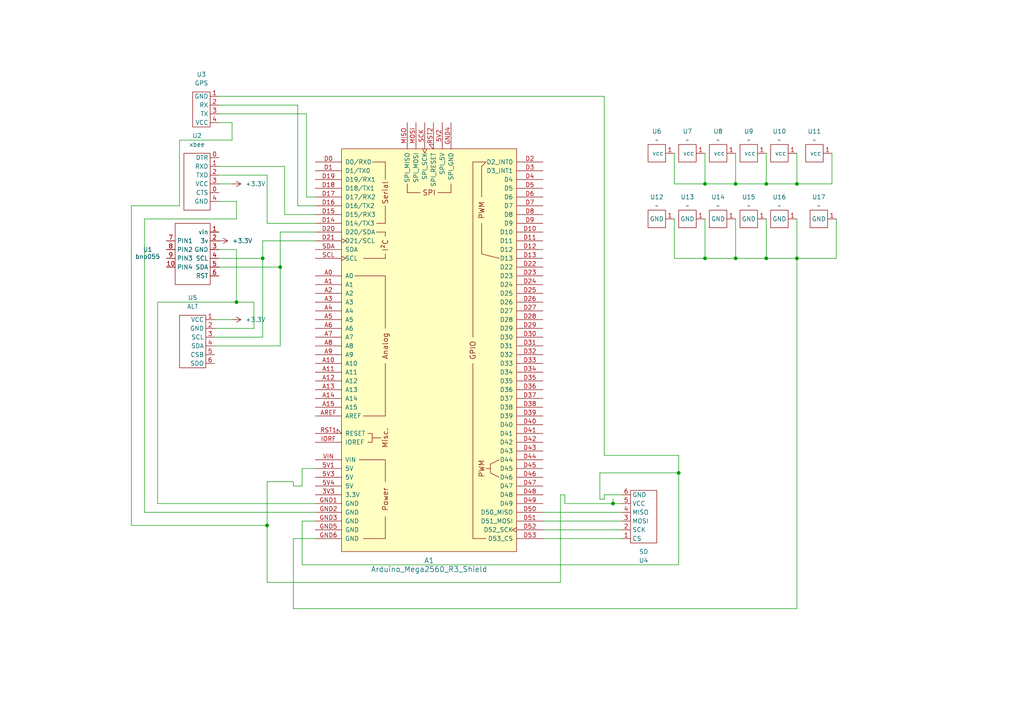
<source format=kicad_sch>
(kicad_sch
	(version 20231120)
	(generator "eeschema")
	(generator_version "8.0")
	(uuid "034e0fdf-c129-454f-a506-550f1c3e0e6f")
	(paper "A4")
	(lib_symbols
		(symbol "arduino-library:Arduino_Mega2560_R3_Shield"
			(pin_names
				(offset 1.016)
			)
			(exclude_from_sim no)
			(in_bom yes)
			(on_board yes)
			(property "Reference" "A"
				(at 0 -62.23 0)
				(effects
					(font
						(size 1.524 1.524)
					)
				)
			)
			(property "Value" "Arduino_Mega2560_R3_Shield"
				(at 0 -66.04 0)
				(effects
					(font
						(size 1.524 1.524)
					)
				)
			)
			(property "Footprint" "PCM_arduino-library:Arduino_Mega2560_R3_Shield"
				(at 0 -73.66 0)
				(effects
					(font
						(size 1.524 1.524)
					)
					(hide yes)
				)
			)
			(property "Datasheet" "https://docs.arduino.cc/hardware/mega-2560"
				(at 0 -69.85 0)
				(effects
					(font
						(size 1.524 1.524)
					)
					(hide yes)
				)
			)
			(property "Description" "Shield for Arduino Mega 2560 R3"
				(at 0 0 0)
				(effects
					(font
						(size 1.27 1.27)
					)
					(hide yes)
				)
			)
			(property "ki_keywords" "Arduino MPU Shield"
				(at 0 0 0)
				(effects
					(font
						(size 1.27 1.27)
					)
					(hide yes)
				)
			)
			(property "ki_fp_filters" "Arduino_Mega2560_R3_Shield"
				(at 0 0 0)
				(effects
					(font
						(size 1.27 1.27)
					)
					(hide yes)
				)
			)
			(symbol "Arduino_Mega2560_R3_Shield_0_0"
				(rectangle
					(start -25.4 -58.42)
					(end 25.4 58.42)
					(stroke
						(width 0)
						(type default)
					)
					(fill
						(type background)
					)
				)
				(rectangle
					(start -20.32 -31.75)
					(end -12.7 -31.75)
					(stroke
						(width 0)
						(type default)
					)
					(fill
						(type none)
					)
				)
				(rectangle
					(start -19.05 -54.61)
					(end -12.7 -54.61)
					(stroke
						(width 0)
						(type default)
					)
					(fill
						(type none)
					)
				)
				(rectangle
					(start -19.05 -19.05)
					(end -12.7 -19.05)
					(stroke
						(width 0)
						(type default)
					)
					(fill
						(type none)
					)
				)
				(rectangle
					(start -19.05 26.67)
					(end -12.7 26.67)
					(stroke
						(width 0)
						(type default)
					)
					(fill
						(type none)
					)
				)
				(rectangle
					(start -17.78 -26.67)
					(end -16.51 -26.67)
					(stroke
						(width 0)
						(type default)
					)
					(fill
						(type none)
					)
				)
				(rectangle
					(start -17.78 -24.13)
					(end -16.51 -24.13)
					(stroke
						(width 0)
						(type default)
					)
					(fill
						(type none)
					)
				)
				(rectangle
					(start -16.51 -25.4)
					(end -13.97 -25.4)
					(stroke
						(width 0)
						(type default)
					)
					(fill
						(type none)
					)
				)
				(rectangle
					(start -16.51 -24.13)
					(end -16.51 -26.67)
					(stroke
						(width 0)
						(type default)
					)
					(fill
						(type none)
					)
				)
				(rectangle
					(start -16.51 54.61)
					(end -12.7 54.61)
					(stroke
						(width 0)
						(type default)
					)
					(fill
						(type none)
					)
				)
				(rectangle
					(start -15.24 34.29)
					(end -12.7 34.29)
					(stroke
						(width 0)
						(type default)
					)
					(fill
						(type none)
					)
				)
				(rectangle
					(start -15.24 36.83)
					(end -12.7 36.83)
					(stroke
						(width 0)
						(type default)
					)
					(fill
						(type none)
					)
				)
				(rectangle
					(start -12.7 -54.61)
					(end -12.7 -48.26)
					(stroke
						(width 0)
						(type default)
					)
					(fill
						(type none)
					)
				)
				(rectangle
					(start -12.7 -31.75)
					(end -12.7 -38.1)
					(stroke
						(width 0)
						(type default)
					)
					(fill
						(type none)
					)
				)
				(rectangle
					(start -12.7 26.67)
					(end -12.7 27.94)
					(stroke
						(width 0)
						(type default)
					)
					(fill
						(type none)
					)
				)
				(rectangle
					(start -12.7 34.29)
					(end -12.7 33.02)
					(stroke
						(width 0)
						(type default)
					)
					(fill
						(type none)
					)
				)
				(rectangle
					(start -12.7 41.91)
					(end -12.7 36.83)
					(stroke
						(width 0)
						(type default)
					)
					(fill
						(type none)
					)
				)
				(rectangle
					(start -12.7 49.53)
					(end -12.7 54.61)
					(stroke
						(width 0)
						(type default)
					)
					(fill
						(type none)
					)
				)
				(rectangle
					(start -6.35 48.26)
					(end -6.35 45.72)
					(stroke
						(width 0)
						(type default)
					)
					(fill
						(type none)
					)
				)
				(rectangle
					(start -2.54 45.72)
					(end -6.35 45.72)
					(stroke
						(width 0)
						(type default)
					)
					(fill
						(type none)
					)
				)
				(polyline
					(pts
						(xy -21.59 21.59) (xy -12.7 21.59)
					)
					(stroke
						(width 0)
						(type default)
					)
					(fill
						(type none)
					)
				)
				(polyline
					(pts
						(xy -12.7 -19.05) (xy -12.7 -3.81)
					)
					(stroke
						(width 0)
						(type default)
					)
					(fill
						(type none)
					)
				)
				(polyline
					(pts
						(xy -12.7 6.35) (xy -12.7 21.59)
					)
					(stroke
						(width 0)
						(type default)
					)
					(fill
						(type none)
					)
				)
				(polyline
					(pts
						(xy 12.7 -54.61) (xy 16.51 -54.61)
					)
					(stroke
						(width 0)
						(type default)
					)
					(fill
						(type none)
					)
				)
				(polyline
					(pts
						(xy 12.7 54.61) (xy 16.51 54.61)
					)
					(stroke
						(width 0)
						(type default)
					)
					(fill
						(type none)
					)
				)
				(polyline
					(pts
						(xy 17.78 -34.29) (xy 16.51 -34.29)
					)
					(stroke
						(width 0)
						(type default)
					)
					(fill
						(type none)
					)
				)
				(polyline
					(pts
						(xy 15.24 36.83) (xy 15.24 27.94) (xy 20.32 26.67)
					)
					(stroke
						(width 0)
						(type default)
					)
					(fill
						(type none)
					)
				)
				(polyline
					(pts
						(xy 15.24 44.45) (xy 15.24 53.34) (xy 16.51 54.61)
					)
					(stroke
						(width 0)
						(type default)
					)
					(fill
						(type none)
					)
				)
				(polyline
					(pts
						(xy 20.32 -31.75) (xy 17.78 -33.02) (xy 17.78 -35.56) (xy 20.32 -36.83)
					)
					(stroke
						(width 0)
						(type default)
					)
					(fill
						(type none)
					)
				)
				(rectangle
					(start 6.35 45.72)
					(end 2.54 45.72)
					(stroke
						(width 0)
						(type default)
					)
					(fill
						(type none)
					)
				)
				(rectangle
					(start 6.35 48.26)
					(end 6.35 45.72)
					(stroke
						(width 0)
						(type default)
					)
					(fill
						(type none)
					)
				)
				(text "Analog"
					(at -12.7 1.27 900)
					(effects
						(font
							(size 1.524 1.524)
						)
					)
				)
				(text "I²C"
					(at -12.7 30.48 900)
					(effects
						(font
							(size 1.524 1.524)
						)
					)
				)
				(text "Misc."
					(at -12.7 -25.4 900)
					(effects
						(font
							(size 1.524 1.524)
						)
					)
				)
				(text "Power"
					(at -12.7 -43.18 900)
					(effects
						(font
							(size 1.524 1.524)
						)
					)
				)
				(text "PWM"
					(at 15.24 -34.29 900)
					(effects
						(font
							(size 1.524 1.524)
						)
					)
				)
				(text "PWM"
					(at 15.24 40.64 900)
					(effects
						(font
							(size 1.524 1.524)
						)
					)
				)
				(text "Serial"
					(at -12.7 45.72 900)
					(effects
						(font
							(size 1.524 1.524)
						)
					)
				)
				(text "SPI"
					(at 0 45.72 0)
					(effects
						(font
							(size 1.524 1.524)
						)
					)
				)
			)
			(symbol "Arduino_Mega2560_R3_Shield_1_0"
				(rectangle
					(start 12.7 -54.61)
					(end 12.7 -3.81)
					(stroke
						(width 0)
						(type default)
					)
					(fill
						(type none)
					)
				)
				(rectangle
					(start 12.7 54.61)
					(end 12.7 3.81)
					(stroke
						(width 0)
						(type default)
					)
					(fill
						(type none)
					)
				)
				(text "GPIO"
					(at 12.7 0 900)
					(effects
						(font
							(size 1.524 1.524)
						)
					)
				)
			)
			(symbol "Arduino_Mega2560_R3_Shield_1_1"
				(pin power_out line
					(at -33.02 -41.91 0)
					(length 7.62)
					(name "3.3V"
						(effects
							(font
								(size 1.27 1.27)
							)
						)
					)
					(number "3V3"
						(effects
							(font
								(size 1.27 1.27)
							)
						)
					)
				)
				(pin power_in line
					(at -33.02 -34.29 0)
					(length 7.62)
					(name "5V"
						(effects
							(font
								(size 1.27 1.27)
							)
						)
					)
					(number "5V1"
						(effects
							(font
								(size 1.27 1.27)
							)
						)
					)
				)
				(pin power_in line
					(at 3.81 66.04 270)
					(length 7.62)
					(name "SPI_5V"
						(effects
							(font
								(size 1.27 1.27)
							)
						)
					)
					(number "5V2"
						(effects
							(font
								(size 1.27 1.27)
							)
						)
					)
				)
				(pin power_in line
					(at -33.02 -36.83 0)
					(length 7.62)
					(name "5V"
						(effects
							(font
								(size 1.27 1.27)
							)
						)
					)
					(number "5V3"
						(effects
							(font
								(size 1.27 1.27)
							)
						)
					)
				)
				(pin power_in line
					(at -33.02 -39.37 0)
					(length 7.62)
					(name "5V"
						(effects
							(font
								(size 1.27 1.27)
							)
						)
					)
					(number "5V4"
						(effects
							(font
								(size 1.27 1.27)
							)
						)
					)
				)
				(pin bidirectional line
					(at -33.02 21.59 0)
					(length 7.62)
					(name "A0"
						(effects
							(font
								(size 1.27 1.27)
							)
						)
					)
					(number "A0"
						(effects
							(font
								(size 1.27 1.27)
							)
						)
					)
				)
				(pin bidirectional line
					(at -33.02 19.05 0)
					(length 7.62)
					(name "A1"
						(effects
							(font
								(size 1.27 1.27)
							)
						)
					)
					(number "A1"
						(effects
							(font
								(size 1.27 1.27)
							)
						)
					)
				)
				(pin bidirectional line
					(at -33.02 -3.81 0)
					(length 7.62)
					(name "A10"
						(effects
							(font
								(size 1.27 1.27)
							)
						)
					)
					(number "A10"
						(effects
							(font
								(size 1.27 1.27)
							)
						)
					)
				)
				(pin bidirectional line
					(at -33.02 -6.35 0)
					(length 7.62)
					(name "A11"
						(effects
							(font
								(size 1.27 1.27)
							)
						)
					)
					(number "A11"
						(effects
							(font
								(size 1.27 1.27)
							)
						)
					)
				)
				(pin bidirectional line
					(at -33.02 -8.89 0)
					(length 7.62)
					(name "A12"
						(effects
							(font
								(size 1.27 1.27)
							)
						)
					)
					(number "A12"
						(effects
							(font
								(size 1.27 1.27)
							)
						)
					)
				)
				(pin bidirectional line
					(at -33.02 -11.43 0)
					(length 7.62)
					(name "A13"
						(effects
							(font
								(size 1.27 1.27)
							)
						)
					)
					(number "A13"
						(effects
							(font
								(size 1.27 1.27)
							)
						)
					)
				)
				(pin bidirectional line
					(at -33.02 -13.97 0)
					(length 7.62)
					(name "A14"
						(effects
							(font
								(size 1.27 1.27)
							)
						)
					)
					(number "A14"
						(effects
							(font
								(size 1.27 1.27)
							)
						)
					)
				)
				(pin bidirectional line
					(at -33.02 -16.51 0)
					(length 7.62)
					(name "A15"
						(effects
							(font
								(size 1.27 1.27)
							)
						)
					)
					(number "A15"
						(effects
							(font
								(size 1.27 1.27)
							)
						)
					)
				)
				(pin bidirectional line
					(at -33.02 16.51 0)
					(length 7.62)
					(name "A2"
						(effects
							(font
								(size 1.27 1.27)
							)
						)
					)
					(number "A2"
						(effects
							(font
								(size 1.27 1.27)
							)
						)
					)
				)
				(pin bidirectional line
					(at -33.02 13.97 0)
					(length 7.62)
					(name "A3"
						(effects
							(font
								(size 1.27 1.27)
							)
						)
					)
					(number "A3"
						(effects
							(font
								(size 1.27 1.27)
							)
						)
					)
				)
				(pin bidirectional line
					(at -33.02 11.43 0)
					(length 7.62)
					(name "A4"
						(effects
							(font
								(size 1.27 1.27)
							)
						)
					)
					(number "A4"
						(effects
							(font
								(size 1.27 1.27)
							)
						)
					)
				)
				(pin bidirectional line
					(at -33.02 8.89 0)
					(length 7.62)
					(name "A5"
						(effects
							(font
								(size 1.27 1.27)
							)
						)
					)
					(number "A5"
						(effects
							(font
								(size 1.27 1.27)
							)
						)
					)
				)
				(pin bidirectional line
					(at -33.02 6.35 0)
					(length 7.62)
					(name "A6"
						(effects
							(font
								(size 1.27 1.27)
							)
						)
					)
					(number "A6"
						(effects
							(font
								(size 1.27 1.27)
							)
						)
					)
				)
				(pin bidirectional line
					(at -33.02 3.81 0)
					(length 7.62)
					(name "A7"
						(effects
							(font
								(size 1.27 1.27)
							)
						)
					)
					(number "A7"
						(effects
							(font
								(size 1.27 1.27)
							)
						)
					)
				)
				(pin bidirectional line
					(at -33.02 1.27 0)
					(length 7.62)
					(name "A8"
						(effects
							(font
								(size 1.27 1.27)
							)
						)
					)
					(number "A8"
						(effects
							(font
								(size 1.27 1.27)
							)
						)
					)
				)
				(pin bidirectional line
					(at -33.02 -1.27 0)
					(length 7.62)
					(name "A9"
						(effects
							(font
								(size 1.27 1.27)
							)
						)
					)
					(number "A9"
						(effects
							(font
								(size 1.27 1.27)
							)
						)
					)
				)
				(pin input line
					(at -33.02 -19.05 0)
					(length 7.62)
					(name "AREF"
						(effects
							(font
								(size 1.27 1.27)
							)
						)
					)
					(number "AREF"
						(effects
							(font
								(size 1.27 1.27)
							)
						)
					)
				)
				(pin bidirectional line
					(at -33.02 54.61 0)
					(length 7.62)
					(name "D0/RX0"
						(effects
							(font
								(size 1.27 1.27)
							)
						)
					)
					(number "D0"
						(effects
							(font
								(size 1.27 1.27)
							)
						)
					)
				)
				(pin bidirectional line
					(at -33.02 52.07 0)
					(length 7.62)
					(name "D1/TX0"
						(effects
							(font
								(size 1.27 1.27)
							)
						)
					)
					(number "D1"
						(effects
							(font
								(size 1.27 1.27)
							)
						)
					)
				)
				(pin bidirectional line
					(at 33.02 34.29 180)
					(length 7.62)
					(name "D10"
						(effects
							(font
								(size 1.27 1.27)
							)
						)
					)
					(number "D10"
						(effects
							(font
								(size 1.27 1.27)
							)
						)
					)
				)
				(pin bidirectional line
					(at 33.02 31.75 180)
					(length 7.62)
					(name "D11"
						(effects
							(font
								(size 1.27 1.27)
							)
						)
					)
					(number "D11"
						(effects
							(font
								(size 1.27 1.27)
							)
						)
					)
				)
				(pin bidirectional line
					(at 33.02 29.21 180)
					(length 7.62)
					(name "D12"
						(effects
							(font
								(size 1.27 1.27)
							)
						)
					)
					(number "D12"
						(effects
							(font
								(size 1.27 1.27)
							)
						)
					)
				)
				(pin bidirectional line
					(at 33.02 26.67 180)
					(length 7.62)
					(name "D13"
						(effects
							(font
								(size 1.27 1.27)
							)
						)
					)
					(number "D13"
						(effects
							(font
								(size 1.27 1.27)
							)
						)
					)
				)
				(pin bidirectional line
					(at -33.02 36.83 0)
					(length 7.62)
					(name "D14/TX3"
						(effects
							(font
								(size 1.27 1.27)
							)
						)
					)
					(number "D14"
						(effects
							(font
								(size 1.27 1.27)
							)
						)
					)
				)
				(pin bidirectional line
					(at -33.02 39.37 0)
					(length 7.62)
					(name "D15/RX3"
						(effects
							(font
								(size 1.27 1.27)
							)
						)
					)
					(number "D15"
						(effects
							(font
								(size 1.27 1.27)
							)
						)
					)
				)
				(pin bidirectional line
					(at -33.02 41.91 0)
					(length 7.62)
					(name "D16/TX2"
						(effects
							(font
								(size 1.27 1.27)
							)
						)
					)
					(number "D16"
						(effects
							(font
								(size 1.27 1.27)
							)
						)
					)
				)
				(pin bidirectional line
					(at -33.02 44.45 0)
					(length 7.62)
					(name "D17/RX2"
						(effects
							(font
								(size 1.27 1.27)
							)
						)
					)
					(number "D17"
						(effects
							(font
								(size 1.27 1.27)
							)
						)
					)
				)
				(pin bidirectional line
					(at -33.02 46.99 0)
					(length 7.62)
					(name "D18/TX1"
						(effects
							(font
								(size 1.27 1.27)
							)
						)
					)
					(number "D18"
						(effects
							(font
								(size 1.27 1.27)
							)
						)
					)
				)
				(pin bidirectional line
					(at -33.02 49.53 0)
					(length 7.62)
					(name "D19/RX1"
						(effects
							(font
								(size 1.27 1.27)
							)
						)
					)
					(number "D19"
						(effects
							(font
								(size 1.27 1.27)
							)
						)
					)
				)
				(pin bidirectional line
					(at 33.02 54.61 180)
					(length 7.62)
					(name "D2_INT0"
						(effects
							(font
								(size 1.27 1.27)
							)
						)
					)
					(number "D2"
						(effects
							(font
								(size 1.27 1.27)
							)
						)
					)
				)
				(pin bidirectional line
					(at -33.02 34.29 0)
					(length 7.62)
					(name "D20/SDA"
						(effects
							(font
								(size 1.27 1.27)
							)
						)
					)
					(number "D20"
						(effects
							(font
								(size 1.27 1.27)
							)
						)
					)
				)
				(pin bidirectional clock
					(at -33.02 31.75 0)
					(length 7.62)
					(name "D21/SCL"
						(effects
							(font
								(size 1.27 1.27)
							)
						)
					)
					(number "D21"
						(effects
							(font
								(size 1.27 1.27)
							)
						)
					)
				)
				(pin bidirectional line
					(at 33.02 24.13 180)
					(length 7.62)
					(name "D22"
						(effects
							(font
								(size 1.27 1.27)
							)
						)
					)
					(number "D22"
						(effects
							(font
								(size 1.27 1.27)
							)
						)
					)
				)
				(pin bidirectional line
					(at 33.02 21.59 180)
					(length 7.62)
					(name "D23"
						(effects
							(font
								(size 1.27 1.27)
							)
						)
					)
					(number "D23"
						(effects
							(font
								(size 1.27 1.27)
							)
						)
					)
				)
				(pin bidirectional line
					(at 33.02 19.05 180)
					(length 7.62)
					(name "D24"
						(effects
							(font
								(size 1.27 1.27)
							)
						)
					)
					(number "D24"
						(effects
							(font
								(size 1.27 1.27)
							)
						)
					)
				)
				(pin bidirectional line
					(at 33.02 16.51 180)
					(length 7.62)
					(name "D25"
						(effects
							(font
								(size 1.27 1.27)
							)
						)
					)
					(number "D25"
						(effects
							(font
								(size 1.27 1.27)
							)
						)
					)
				)
				(pin bidirectional line
					(at 33.02 13.97 180)
					(length 7.62)
					(name "D26"
						(effects
							(font
								(size 1.27 1.27)
							)
						)
					)
					(number "D26"
						(effects
							(font
								(size 1.27 1.27)
							)
						)
					)
				)
				(pin bidirectional line
					(at 33.02 11.43 180)
					(length 7.62)
					(name "D27"
						(effects
							(font
								(size 1.27 1.27)
							)
						)
					)
					(number "D27"
						(effects
							(font
								(size 1.27 1.27)
							)
						)
					)
				)
				(pin bidirectional line
					(at 33.02 8.89 180)
					(length 7.62)
					(name "D28"
						(effects
							(font
								(size 1.27 1.27)
							)
						)
					)
					(number "D28"
						(effects
							(font
								(size 1.27 1.27)
							)
						)
					)
				)
				(pin bidirectional line
					(at 33.02 6.35 180)
					(length 7.62)
					(name "D29"
						(effects
							(font
								(size 1.27 1.27)
							)
						)
					)
					(number "D29"
						(effects
							(font
								(size 1.27 1.27)
							)
						)
					)
				)
				(pin bidirectional line
					(at 33.02 52.07 180)
					(length 7.62)
					(name "D3_INT1"
						(effects
							(font
								(size 1.27 1.27)
							)
						)
					)
					(number "D3"
						(effects
							(font
								(size 1.27 1.27)
							)
						)
					)
				)
				(pin bidirectional line
					(at 33.02 3.81 180)
					(length 7.62)
					(name "D30"
						(effects
							(font
								(size 1.27 1.27)
							)
						)
					)
					(number "D30"
						(effects
							(font
								(size 1.27 1.27)
							)
						)
					)
				)
				(pin bidirectional line
					(at 33.02 1.27 180)
					(length 7.62)
					(name "D31"
						(effects
							(font
								(size 1.27 1.27)
							)
						)
					)
					(number "D31"
						(effects
							(font
								(size 1.27 1.27)
							)
						)
					)
				)
				(pin bidirectional line
					(at 33.02 -1.27 180)
					(length 7.62)
					(name "D32"
						(effects
							(font
								(size 1.27 1.27)
							)
						)
					)
					(number "D32"
						(effects
							(font
								(size 1.27 1.27)
							)
						)
					)
				)
				(pin bidirectional line
					(at 33.02 -3.81 180)
					(length 7.62)
					(name "D33"
						(effects
							(font
								(size 1.27 1.27)
							)
						)
					)
					(number "D33"
						(effects
							(font
								(size 1.27 1.27)
							)
						)
					)
				)
				(pin bidirectional line
					(at 33.02 -6.35 180)
					(length 7.62)
					(name "D34"
						(effects
							(font
								(size 1.27 1.27)
							)
						)
					)
					(number "D34"
						(effects
							(font
								(size 1.27 1.27)
							)
						)
					)
				)
				(pin bidirectional line
					(at 33.02 -8.89 180)
					(length 7.62)
					(name "D35"
						(effects
							(font
								(size 1.27 1.27)
							)
						)
					)
					(number "D35"
						(effects
							(font
								(size 1.27 1.27)
							)
						)
					)
				)
				(pin bidirectional line
					(at 33.02 -11.43 180)
					(length 7.62)
					(name "D36"
						(effects
							(font
								(size 1.27 1.27)
							)
						)
					)
					(number "D36"
						(effects
							(font
								(size 1.27 1.27)
							)
						)
					)
				)
				(pin bidirectional line
					(at 33.02 -13.97 180)
					(length 7.62)
					(name "D37"
						(effects
							(font
								(size 1.27 1.27)
							)
						)
					)
					(number "D37"
						(effects
							(font
								(size 1.27 1.27)
							)
						)
					)
				)
				(pin bidirectional line
					(at 33.02 -16.51 180)
					(length 7.62)
					(name "D38"
						(effects
							(font
								(size 1.27 1.27)
							)
						)
					)
					(number "D38"
						(effects
							(font
								(size 1.27 1.27)
							)
						)
					)
				)
				(pin bidirectional line
					(at 33.02 -19.05 180)
					(length 7.62)
					(name "D39"
						(effects
							(font
								(size 1.27 1.27)
							)
						)
					)
					(number "D39"
						(effects
							(font
								(size 1.27 1.27)
							)
						)
					)
				)
				(pin bidirectional line
					(at 33.02 49.53 180)
					(length 7.62)
					(name "D4"
						(effects
							(font
								(size 1.27 1.27)
							)
						)
					)
					(number "D4"
						(effects
							(font
								(size 1.27 1.27)
							)
						)
					)
				)
				(pin bidirectional line
					(at 33.02 -21.59 180)
					(length 7.62)
					(name "D40"
						(effects
							(font
								(size 1.27 1.27)
							)
						)
					)
					(number "D40"
						(effects
							(font
								(size 1.27 1.27)
							)
						)
					)
				)
				(pin bidirectional line
					(at 33.02 -24.13 180)
					(length 7.62)
					(name "D41"
						(effects
							(font
								(size 1.27 1.27)
							)
						)
					)
					(number "D41"
						(effects
							(font
								(size 1.27 1.27)
							)
						)
					)
				)
				(pin bidirectional line
					(at 33.02 -26.67 180)
					(length 7.62)
					(name "D42"
						(effects
							(font
								(size 1.27 1.27)
							)
						)
					)
					(number "D42"
						(effects
							(font
								(size 1.27 1.27)
							)
						)
					)
				)
				(pin bidirectional line
					(at 33.02 -29.21 180)
					(length 7.62)
					(name "D43"
						(effects
							(font
								(size 1.27 1.27)
							)
						)
					)
					(number "D43"
						(effects
							(font
								(size 1.27 1.27)
							)
						)
					)
				)
				(pin bidirectional line
					(at 33.02 -31.75 180)
					(length 7.62)
					(name "D44"
						(effects
							(font
								(size 1.27 1.27)
							)
						)
					)
					(number "D44"
						(effects
							(font
								(size 1.27 1.27)
							)
						)
					)
				)
				(pin bidirectional line
					(at 33.02 -34.29 180)
					(length 7.62)
					(name "D45"
						(effects
							(font
								(size 1.27 1.27)
							)
						)
					)
					(number "D45"
						(effects
							(font
								(size 1.27 1.27)
							)
						)
					)
				)
				(pin bidirectional line
					(at 33.02 -36.83 180)
					(length 7.62)
					(name "D46"
						(effects
							(font
								(size 1.27 1.27)
							)
						)
					)
					(number "D46"
						(effects
							(font
								(size 1.27 1.27)
							)
						)
					)
				)
				(pin bidirectional line
					(at 33.02 -39.37 180)
					(length 7.62)
					(name "D47"
						(effects
							(font
								(size 1.27 1.27)
							)
						)
					)
					(number "D47"
						(effects
							(font
								(size 1.27 1.27)
							)
						)
					)
				)
				(pin bidirectional line
					(at 33.02 -41.91 180)
					(length 7.62)
					(name "D48"
						(effects
							(font
								(size 1.27 1.27)
							)
						)
					)
					(number "D48"
						(effects
							(font
								(size 1.27 1.27)
							)
						)
					)
				)
				(pin bidirectional line
					(at 33.02 -44.45 180)
					(length 7.62)
					(name "D49"
						(effects
							(font
								(size 1.27 1.27)
							)
						)
					)
					(number "D49"
						(effects
							(font
								(size 1.27 1.27)
							)
						)
					)
				)
				(pin bidirectional line
					(at 33.02 46.99 180)
					(length 7.62)
					(name "D5"
						(effects
							(font
								(size 1.27 1.27)
							)
						)
					)
					(number "D5"
						(effects
							(font
								(size 1.27 1.27)
							)
						)
					)
				)
				(pin bidirectional line
					(at 33.02 -46.99 180)
					(length 7.62)
					(name "D50_MISO"
						(effects
							(font
								(size 1.27 1.27)
							)
						)
					)
					(number "D50"
						(effects
							(font
								(size 1.27 1.27)
							)
						)
					)
				)
				(pin bidirectional line
					(at 33.02 -49.53 180)
					(length 7.62)
					(name "D51_MOSI"
						(effects
							(font
								(size 1.27 1.27)
							)
						)
					)
					(number "D51"
						(effects
							(font
								(size 1.27 1.27)
							)
						)
					)
				)
				(pin bidirectional clock
					(at 33.02 -52.07 180)
					(length 7.62)
					(name "D52_SCK"
						(effects
							(font
								(size 1.27 1.27)
							)
						)
					)
					(number "D52"
						(effects
							(font
								(size 1.27 1.27)
							)
						)
					)
				)
				(pin bidirectional line
					(at 33.02 -54.61 180)
					(length 7.62)
					(name "D53_CS"
						(effects
							(font
								(size 1.27 1.27)
							)
						)
					)
					(number "D53"
						(effects
							(font
								(size 1.27 1.27)
							)
						)
					)
				)
				(pin bidirectional line
					(at 33.02 44.45 180)
					(length 7.62)
					(name "D6"
						(effects
							(font
								(size 1.27 1.27)
							)
						)
					)
					(number "D6"
						(effects
							(font
								(size 1.27 1.27)
							)
						)
					)
				)
				(pin bidirectional line
					(at 33.02 41.91 180)
					(length 7.62)
					(name "D7"
						(effects
							(font
								(size 1.27 1.27)
							)
						)
					)
					(number "D7"
						(effects
							(font
								(size 1.27 1.27)
							)
						)
					)
				)
				(pin bidirectional line
					(at 33.02 39.37 180)
					(length 7.62)
					(name "D8"
						(effects
							(font
								(size 1.27 1.27)
							)
						)
					)
					(number "D8"
						(effects
							(font
								(size 1.27 1.27)
							)
						)
					)
				)
				(pin bidirectional line
					(at 33.02 36.83 180)
					(length 7.62)
					(name "D9"
						(effects
							(font
								(size 1.27 1.27)
							)
						)
					)
					(number "D9"
						(effects
							(font
								(size 1.27 1.27)
							)
						)
					)
				)
				(pin power_in line
					(at -33.02 -44.45 0)
					(length 7.62)
					(name "GND"
						(effects
							(font
								(size 1.27 1.27)
							)
						)
					)
					(number "GND1"
						(effects
							(font
								(size 1.27 1.27)
							)
						)
					)
				)
				(pin power_in line
					(at -33.02 -46.99 0)
					(length 7.62)
					(name "GND"
						(effects
							(font
								(size 1.27 1.27)
							)
						)
					)
					(number "GND2"
						(effects
							(font
								(size 1.27 1.27)
							)
						)
					)
				)
				(pin power_in line
					(at -33.02 -49.53 0)
					(length 7.62)
					(name "GND"
						(effects
							(font
								(size 1.27 1.27)
							)
						)
					)
					(number "GND3"
						(effects
							(font
								(size 1.27 1.27)
							)
						)
					)
				)
				(pin power_in line
					(at 6.35 66.04 270)
					(length 7.62)
					(name "SPI_GND"
						(effects
							(font
								(size 1.27 1.27)
							)
						)
					)
					(number "GND4"
						(effects
							(font
								(size 1.27 1.27)
							)
						)
					)
				)
				(pin power_in line
					(at -33.02 -52.07 0)
					(length 7.62)
					(name "GND"
						(effects
							(font
								(size 1.27 1.27)
							)
						)
					)
					(number "GND5"
						(effects
							(font
								(size 1.27 1.27)
							)
						)
					)
				)
				(pin power_in line
					(at -33.02 -54.61 0)
					(length 7.62)
					(name "GND"
						(effects
							(font
								(size 1.27 1.27)
							)
						)
					)
					(number "GND6"
						(effects
							(font
								(size 1.27 1.27)
							)
						)
					)
				)
				(pin output line
					(at -33.02 -26.67 0)
					(length 7.62)
					(name "IOREF"
						(effects
							(font
								(size 1.27 1.27)
							)
						)
					)
					(number "IORF"
						(effects
							(font
								(size 1.27 1.27)
							)
						)
					)
				)
				(pin input line
					(at -6.35 66.04 270)
					(length 7.62)
					(name "SPI_MISO"
						(effects
							(font
								(size 1.27 1.27)
							)
						)
					)
					(number "MISO"
						(effects
							(font
								(size 1.27 1.27)
							)
						)
					)
				)
				(pin output line
					(at -3.81 66.04 270)
					(length 7.62)
					(name "SPI_MOSI"
						(effects
							(font
								(size 1.27 1.27)
							)
						)
					)
					(number "MOSI"
						(effects
							(font
								(size 1.27 1.27)
							)
						)
					)
				)
				(pin open_collector input_low
					(at -33.02 -24.13 0)
					(length 7.62)
					(name "RESET"
						(effects
							(font
								(size 1.27 1.27)
							)
						)
					)
					(number "RST1"
						(effects
							(font
								(size 1.27 1.27)
							)
						)
					)
				)
				(pin open_collector input_low
					(at 1.27 66.04 270)
					(length 7.62)
					(name "SPI_RESET"
						(effects
							(font
								(size 1.27 1.27)
							)
						)
					)
					(number "RST2"
						(effects
							(font
								(size 1.27 1.27)
							)
						)
					)
				)
				(pin output clock
					(at -1.27 66.04 270)
					(length 7.62)
					(name "SPI_SCK"
						(effects
							(font
								(size 1.27 1.27)
							)
						)
					)
					(number "SCK"
						(effects
							(font
								(size 1.27 1.27)
							)
						)
					)
				)
				(pin bidirectional clock
					(at -33.02 26.67 0)
					(length 7.62)
					(name "SCL"
						(effects
							(font
								(size 1.27 1.27)
							)
						)
					)
					(number "SCL"
						(effects
							(font
								(size 1.27 1.27)
							)
						)
					)
				)
				(pin bidirectional line
					(at -33.02 29.21 0)
					(length 7.62)
					(name "SDA"
						(effects
							(font
								(size 1.27 1.27)
							)
						)
					)
					(number "SDA"
						(effects
							(font
								(size 1.27 1.27)
							)
						)
					)
				)
				(pin power_in line
					(at -33.02 -31.75 0)
					(length 7.62)
					(name "VIN"
						(effects
							(font
								(size 1.27 1.27)
							)
						)
					)
					(number "VIN"
						(effects
							(font
								(size 1.27 1.27)
							)
						)
					)
				)
			)
		)
		(symbol "avionics:ALT"
			(exclude_from_sim no)
			(in_bom yes)
			(on_board yes)
			(property "Reference" "U"
				(at -6.858 -0.254 0)
				(effects
					(font
						(size 1.27 1.27)
					)
				)
			)
			(property "Value" "ALT"
				(at -1.27 -11.938 0)
				(effects
					(font
						(size 1.27 1.27)
					)
				)
			)
			(property "Footprint" ""
				(at 0 0 0)
				(effects
					(font
						(size 1.27 1.27)
					)
					(hide yes)
				)
			)
			(property "Datasheet" ""
				(at 0 0 0)
				(effects
					(font
						(size 1.27 1.27)
					)
					(hide yes)
				)
			)
			(property "Description" ""
				(at 0 0 0)
				(effects
					(font
						(size 1.27 1.27)
					)
					(hide yes)
				)
			)
			(symbol "ALT_0_1"
				(rectangle
					(start -5.08 5.08)
					(end 2.54 -10.16)
					(stroke
						(width 0)
						(type default)
					)
					(fill
						(type none)
					)
				)
			)
			(symbol "ALT_1_1"
				(pin input line
					(at 5.08 3.81 180)
					(length 2.54)
					(name "VCC"
						(effects
							(font
								(size 1.27 1.27)
							)
						)
					)
					(number "1"
						(effects
							(font
								(size 1.27 1.27)
							)
						)
					)
				)
				(pin input line
					(at 5.08 1.27 180)
					(length 2.54)
					(name "GND"
						(effects
							(font
								(size 1.27 1.27)
							)
						)
					)
					(number "2"
						(effects
							(font
								(size 1.27 1.27)
							)
						)
					)
				)
				(pin input line
					(at 5.08 -1.27 180)
					(length 2.54)
					(name "SCL"
						(effects
							(font
								(size 1.27 1.27)
							)
						)
					)
					(number "3"
						(effects
							(font
								(size 1.27 1.27)
							)
						)
					)
				)
				(pin input line
					(at 5.08 -3.81 180)
					(length 2.54)
					(name "SDA"
						(effects
							(font
								(size 1.27 1.27)
							)
						)
					)
					(number "4"
						(effects
							(font
								(size 1.27 1.27)
							)
						)
					)
				)
				(pin input line
					(at 5.08 -6.35 180)
					(length 2.54)
					(name "CSB"
						(effects
							(font
								(size 1.27 1.27)
							)
						)
					)
					(number "5"
						(effects
							(font
								(size 1.27 1.27)
							)
						)
					)
				)
				(pin input line
					(at 5.08 -8.89 180)
					(length 2.54)
					(name "SDO"
						(effects
							(font
								(size 1.27 1.27)
							)
						)
					)
					(number "6"
						(effects
							(font
								(size 1.27 1.27)
							)
						)
					)
				)
			)
		)
		(symbol "avionics:GPS"
			(exclude_from_sim no)
			(in_bom yes)
			(on_board yes)
			(property "Reference" "U"
				(at -4.826 -2.54 0)
				(effects
					(font
						(size 1.27 1.27)
					)
				)
			)
			(property "Value" "GPS"
				(at 0 -9.144 0)
				(effects
					(font
						(size 1.27 1.27)
					)
				)
			)
			(property "Footprint" ""
				(at 0 0 0)
				(effects
					(font
						(size 1.27 1.27)
					)
					(hide yes)
				)
			)
			(property "Datasheet" ""
				(at 0 0 0)
				(effects
					(font
						(size 1.27 1.27)
					)
					(hide yes)
				)
			)
			(property "Description" ""
				(at 0 0 0)
				(effects
					(font
						(size 1.27 1.27)
					)
					(hide yes)
				)
			)
			(symbol "GPS_0_1"
				(rectangle
					(start -2.54 2.54)
					(end 2.54 -7.62)
					(stroke
						(width 0)
						(type default)
					)
					(fill
						(type none)
					)
				)
			)
			(symbol "GPS_1_1"
				(pin input line
					(at 5.08 1.27 180)
					(length 2.54)
					(name "GND"
						(effects
							(font
								(size 1.27 1.27)
							)
						)
					)
					(number "1"
						(effects
							(font
								(size 1.27 1.27)
							)
						)
					)
				)
				(pin input line
					(at 5.08 -1.27 180)
					(length 2.54)
					(name "RX"
						(effects
							(font
								(size 1.27 1.27)
							)
						)
					)
					(number "2"
						(effects
							(font
								(size 1.27 1.27)
							)
						)
					)
				)
				(pin input line
					(at 5.08 -3.81 180)
					(length 2.54)
					(name "TX"
						(effects
							(font
								(size 1.27 1.27)
							)
						)
					)
					(number "3"
						(effects
							(font
								(size 1.27 1.27)
							)
						)
					)
				)
				(pin input line
					(at 5.08 -6.35 180)
					(length 2.54)
					(name "VCC"
						(effects
							(font
								(size 1.27 1.27)
							)
						)
					)
					(number "4"
						(effects
							(font
								(size 1.27 1.27)
							)
						)
					)
				)
			)
		)
		(symbol "avionics:SD"
			(exclude_from_sim no)
			(in_bom yes)
			(on_board yes)
			(property "Reference" "U"
				(at -4.318 5.08 0)
				(effects
					(font
						(size 1.27 1.27)
					)
				)
			)
			(property "Value" "SD"
				(at 1.524 -4.064 0)
				(effects
					(font
						(size 1.27 1.27)
					)
				)
			)
			(property "Footprint" ""
				(at 0 0 0)
				(effects
					(font
						(size 1.27 1.27)
					)
					(hide yes)
				)
			)
			(property "Datasheet" ""
				(at 0 0 0)
				(effects
					(font
						(size 1.27 1.27)
					)
					(hide yes)
				)
			)
			(property "Description" ""
				(at 0 0 0)
				(effects
					(font
						(size 1.27 1.27)
					)
					(hide yes)
				)
			)
			(symbol "SD_0_1"
				(rectangle
					(start -2.54 12.7)
					(end 5.08 -2.54)
					(stroke
						(width 0)
						(type default)
					)
					(fill
						(type none)
					)
				)
			)
			(symbol "SD_1_1"
				(pin input line
					(at 7.62 11.43 180)
					(length 2.54)
					(name "CS"
						(effects
							(font
								(size 1.27 1.27)
							)
						)
					)
					(number "1"
						(effects
							(font
								(size 1.27 1.27)
							)
						)
					)
				)
				(pin input line
					(at 7.62 8.89 180)
					(length 2.54)
					(name "SCK"
						(effects
							(font
								(size 1.27 1.27)
							)
						)
					)
					(number "2"
						(effects
							(font
								(size 1.27 1.27)
							)
						)
					)
				)
				(pin input line
					(at 7.62 6.35 180)
					(length 2.54)
					(name "MOSI"
						(effects
							(font
								(size 1.27 1.27)
							)
						)
					)
					(number "3"
						(effects
							(font
								(size 1.27 1.27)
							)
						)
					)
				)
				(pin input line
					(at 7.62 3.81 180)
					(length 2.54)
					(name "MISO"
						(effects
							(font
								(size 1.27 1.27)
							)
						)
					)
					(number "4"
						(effects
							(font
								(size 1.27 1.27)
							)
						)
					)
				)
				(pin input line
					(at 7.62 1.27 180)
					(length 2.54)
					(name "VCC"
						(effects
							(font
								(size 1.27 1.27)
							)
						)
					)
					(number "5"
						(effects
							(font
								(size 1.27 1.27)
							)
						)
					)
				)
				(pin input line
					(at 7.62 -1.27 180)
					(length 2.54)
					(name "GND"
						(effects
							(font
								(size 1.27 1.27)
							)
						)
					)
					(number "6"
						(effects
							(font
								(size 1.27 1.27)
							)
						)
					)
				)
			)
		)
		(symbol "avionics:bno055"
			(exclude_from_sim no)
			(in_bom yes)
			(on_board yes)
			(property "Reference" "U"
				(at 5.334 6.35 0)
				(effects
					(font
						(size 1.27 1.27)
					)
				)
			)
			(property "Value" "bno055"
				(at 5.08 -14.732 0)
				(effects
					(font
						(size 1.27 1.27)
					)
				)
			)
			(property "Footprint" ""
				(at 0 0 0)
				(effects
					(font
						(size 1.27 1.27)
					)
					(hide yes)
				)
			)
			(property "Datasheet" ""
				(at 0 0 0)
				(effects
					(font
						(size 1.27 1.27)
					)
					(hide yes)
				)
			)
			(property "Description" ""
				(at 0 0 0)
				(effects
					(font
						(size 1.27 1.27)
					)
					(hide yes)
				)
			)
			(symbol "bno055_0_1"
				(rectangle
					(start 0 5.08)
					(end 10.16 -12.7)
					(stroke
						(width 0)
						(type default)
					)
					(fill
						(type none)
					)
				)
			)
			(symbol "bno055_1_1"
				(pin input line
					(at -2.54 2.54 0)
					(length 2.54)
					(name "vin"
						(effects
							(font
								(size 1.27 1.27)
							)
						)
					)
					(number "1"
						(effects
							(font
								(size 1.27 1.27)
							)
						)
					)
				)
				(pin input line
					(at 12.7 -7.62 180)
					(length 2.54)
					(name "PIN4"
						(effects
							(font
								(size 1.27 1.27)
							)
						)
					)
					(number "10"
						(effects
							(font
								(size 1.27 1.27)
							)
						)
					)
				)
				(pin input line
					(at -2.54 0 0)
					(length 2.54)
					(name "3v"
						(effects
							(font
								(size 1.27 1.27)
							)
						)
					)
					(number "2"
						(effects
							(font
								(size 1.27 1.27)
							)
						)
					)
				)
				(pin input line
					(at -2.54 -2.54 0)
					(length 2.54)
					(name "GND"
						(effects
							(font
								(size 1.27 1.27)
							)
						)
					)
					(number "3"
						(effects
							(font
								(size 1.27 1.27)
							)
						)
					)
				)
				(pin input line
					(at -2.54 -5.08 0)
					(length 2.54)
					(name "SCL"
						(effects
							(font
								(size 1.27 1.27)
							)
						)
					)
					(number "4"
						(effects
							(font
								(size 1.27 1.27)
							)
						)
					)
				)
				(pin input line
					(at -2.54 -7.62 0)
					(length 2.54)
					(name "SDA"
						(effects
							(font
								(size 1.27 1.27)
							)
						)
					)
					(number "5"
						(effects
							(font
								(size 1.27 1.27)
							)
						)
					)
				)
				(pin input line
					(at -2.54 -10.16 0)
					(length 2.54)
					(name "RST"
						(effects
							(font
								(size 1.27 1.27)
							)
						)
					)
					(number "6"
						(effects
							(font
								(size 1.27 1.27)
							)
						)
					)
				)
				(pin input line
					(at 12.7 0 180)
					(length 2.54)
					(name "PIN1"
						(effects
							(font
								(size 1.27 1.27)
							)
						)
					)
					(number "7"
						(effects
							(font
								(size 1.27 1.27)
							)
						)
					)
				)
				(pin input line
					(at 12.7 -2.54 180)
					(length 2.54)
					(name "PIN2"
						(effects
							(font
								(size 1.27 1.27)
							)
						)
					)
					(number "8"
						(effects
							(font
								(size 1.27 1.27)
							)
						)
					)
				)
				(pin input line
					(at 12.7 -5.08 180)
					(length 2.54)
					(name "PIN3"
						(effects
							(font
								(size 1.27 1.27)
							)
						)
					)
					(number "9"
						(effects
							(font
								(size 1.27 1.27)
							)
						)
					)
				)
			)
		)
		(symbol "avionics:motor_gnd"
			(exclude_from_sim no)
			(in_bom yes)
			(on_board yes)
			(property "Reference" "U"
				(at -3.302 0 0)
				(effects
					(font
						(size 1.27 1.27)
					)
				)
			)
			(property "Value" ""
				(at 0 0 0)
				(effects
					(font
						(size 1.27 1.27)
					)
				)
			)
			(property "Footprint" ""
				(at 0 0 0)
				(effects
					(font
						(size 1.27 1.27)
					)
					(hide yes)
				)
			)
			(property "Datasheet" ""
				(at 0 0 0)
				(effects
					(font
						(size 1.27 1.27)
					)
					(hide yes)
				)
			)
			(property "Description" ""
				(at 0 0 0)
				(effects
					(font
						(size 1.27 1.27)
					)
					(hide yes)
				)
			)
			(symbol "motor_gnd_0_1"
				(rectangle
					(start -2.54 2.54)
					(end 2.54 -2.54)
					(stroke
						(width 0)
						(type default)
					)
					(fill
						(type none)
					)
				)
			)
			(symbol "motor_gnd_1_1"
				(pin input line
					(at 5.08 0 180)
					(length 2.54)
					(name "GND"
						(effects
							(font
								(size 1.27 1.27)
							)
						)
					)
					(number "1"
						(effects
							(font
								(size 1.27 1.27)
							)
						)
					)
				)
			)
		)
		(symbol "avionics:motor_vcc"
			(exclude_from_sim no)
			(in_bom yes)
			(on_board yes)
			(property "Reference" "U"
				(at -4.064 0 0)
				(effects
					(font
						(size 1.27 1.27)
					)
				)
			)
			(property "Value" ""
				(at 0 0 0)
				(effects
					(font
						(size 1.27 1.27)
					)
				)
			)
			(property "Footprint" ""
				(at 0 0 0)
				(effects
					(font
						(size 1.27 1.27)
					)
					(hide yes)
				)
			)
			(property "Datasheet" ""
				(at 0 0 0)
				(effects
					(font
						(size 1.27 1.27)
					)
					(hide yes)
				)
			)
			(property "Description" ""
				(at 0 0 0)
				(effects
					(font
						(size 1.27 1.27)
					)
					(hide yes)
				)
			)
			(symbol "motor_vcc_0_1"
				(rectangle
					(start -2.54 2.54)
					(end 2.54 -2.54)
					(stroke
						(width 0)
						(type default)
					)
					(fill
						(type none)
					)
				)
			)
			(symbol "motor_vcc_1_1"
				(pin input line
					(at 5.08 0 180)
					(length 2.54)
					(name "vcc"
						(effects
							(font
								(size 1.27 1.27)
							)
						)
					)
					(number "1"
						(effects
							(font
								(size 1.27 1.27)
							)
						)
					)
				)
			)
		)
		(symbol "avionics:xbee"
			(exclude_from_sim no)
			(in_bom yes)
			(on_board yes)
			(property "Reference" "U"
				(at 1.27 -10.668 0)
				(effects
					(font
						(size 1.27 1.27)
					)
				)
			)
			(property "Value" "xbee"
				(at 6.604 -19.05 0)
				(effects
					(font
						(size 1.27 1.27)
					)
				)
			)
			(property "Footprint" ""
				(at 6.35 -5.08 0)
				(effects
					(font
						(size 1.27 1.27)
					)
					(hide yes)
				)
			)
			(property "Datasheet" ""
				(at 6.35 -5.08 0)
				(effects
					(font
						(size 1.27 1.27)
					)
					(hide yes)
				)
			)
			(property "Description" ""
				(at 6.35 -5.08 0)
				(effects
					(font
						(size 1.27 1.27)
					)
					(hide yes)
				)
			)
			(symbol "xbee_0_1"
				(rectangle
					(start 2.54 -1.27)
					(end 10.16 -17.78)
					(stroke
						(width 0)
						(type default)
					)
					(fill
						(type none)
					)
				)
			)
			(symbol "xbee_1_1"
				(pin input line
					(at 12.7 -12.7 180)
					(length 2.54)
					(name "CTS"
						(effects
							(font
								(size 1.27 1.27)
							)
						)
					)
					(number "0"
						(effects
							(font
								(size 1.27 1.27)
							)
						)
					)
				)
				(pin input line
					(at 12.7 -2.54 180)
					(length 2.54)
					(name "DTR"
						(effects
							(font
								(size 1.27 1.27)
							)
						)
					)
					(number "0"
						(effects
							(font
								(size 1.27 1.27)
							)
						)
					)
				)
				(pin input line
					(at 12.7 -5.08 180)
					(length 2.54)
					(name "RXD"
						(effects
							(font
								(size 1.27 1.27)
							)
						)
					)
					(number "1"
						(effects
							(font
								(size 1.27 1.27)
							)
						)
					)
				)
				(pin input line
					(at 12.7 -7.62 180)
					(length 2.54)
					(name "TXD"
						(effects
							(font
								(size 1.27 1.27)
							)
						)
					)
					(number "2"
						(effects
							(font
								(size 1.27 1.27)
							)
						)
					)
				)
				(pin input line
					(at 12.7 -10.16 180)
					(length 2.54)
					(name "VCC"
						(effects
							(font
								(size 1.27 1.27)
							)
						)
					)
					(number "3"
						(effects
							(font
								(size 1.27 1.27)
							)
						)
					)
				)
				(pin input line
					(at 12.7 -15.24 180)
					(length 2.54)
					(name "GND"
						(effects
							(font
								(size 1.27 1.27)
							)
						)
					)
					(number "4"
						(effects
							(font
								(size 1.27 1.27)
							)
						)
					)
				)
			)
		)
		(symbol "power:+3.3V"
			(power)
			(pin_numbers hide)
			(pin_names
				(offset 0) hide)
			(exclude_from_sim no)
			(in_bom yes)
			(on_board yes)
			(property "Reference" "#PWR"
				(at 0 -3.81 0)
				(effects
					(font
						(size 1.27 1.27)
					)
					(hide yes)
				)
			)
			(property "Value" "+3.3V"
				(at 0 3.556 0)
				(effects
					(font
						(size 1.27 1.27)
					)
				)
			)
			(property "Footprint" ""
				(at 0 0 0)
				(effects
					(font
						(size 1.27 1.27)
					)
					(hide yes)
				)
			)
			(property "Datasheet" ""
				(at 0 0 0)
				(effects
					(font
						(size 1.27 1.27)
					)
					(hide yes)
				)
			)
			(property "Description" "Power symbol creates a global label with name \"+3.3V\""
				(at 0 0 0)
				(effects
					(font
						(size 1.27 1.27)
					)
					(hide yes)
				)
			)
			(property "ki_keywords" "global power"
				(at 0 0 0)
				(effects
					(font
						(size 1.27 1.27)
					)
					(hide yes)
				)
			)
			(symbol "+3.3V_0_1"
				(polyline
					(pts
						(xy -0.762 1.27) (xy 0 2.54)
					)
					(stroke
						(width 0)
						(type default)
					)
					(fill
						(type none)
					)
				)
				(polyline
					(pts
						(xy 0 0) (xy 0 2.54)
					)
					(stroke
						(width 0)
						(type default)
					)
					(fill
						(type none)
					)
				)
				(polyline
					(pts
						(xy 0 2.54) (xy 0.762 1.27)
					)
					(stroke
						(width 0)
						(type default)
					)
					(fill
						(type none)
					)
				)
			)
			(symbol "+3.3V_1_1"
				(pin power_in line
					(at 0 0 90)
					(length 0)
					(name "~"
						(effects
							(font
								(size 1.27 1.27)
							)
						)
					)
					(number "1"
						(effects
							(font
								(size 1.27 1.27)
							)
						)
					)
				)
			)
		)
	)
	(junction
		(at 213.36 74.93)
		(diameter 0)
		(color 0 0 0 0)
		(uuid "11893cce-c543-4ce9-b561-4689a8c202a8")
	)
	(junction
		(at 177.8 146.05)
		(diameter 0)
		(color 0 0 0 0)
		(uuid "2230ea0a-c7eb-41a9-87d0-7ac106aec288")
	)
	(junction
		(at 204.47 53.34)
		(diameter 0)
		(color 0 0 0 0)
		(uuid "376f2143-242c-47b0-bafa-6f62c34d7e84")
	)
	(junction
		(at 68.58 87.63)
		(diameter 0)
		(color 0 0 0 0)
		(uuid "3a583425-a05b-4961-a6d4-e275a315b897")
	)
	(junction
		(at 77.47 152.4)
		(diameter 0)
		(color 0 0 0 0)
		(uuid "4197d542-c4e1-40fd-a8c5-e88dbcce58ec")
	)
	(junction
		(at 196.85 137.16)
		(diameter 0)
		(color 0 0 0 0)
		(uuid "4dc16b66-d16c-4811-baa7-9fba4f8e4cfc")
	)
	(junction
		(at 231.14 74.93)
		(diameter 0)
		(color 0 0 0 0)
		(uuid "4de12e59-4a42-4eea-a730-141e305649e3")
	)
	(junction
		(at 76.2 74.93)
		(diameter 0)
		(color 0 0 0 0)
		(uuid "59996e27-2afc-42ca-bd9c-9dc4f63240f2")
	)
	(junction
		(at 81.28 77.47)
		(diameter 0)
		(color 0 0 0 0)
		(uuid "5e1de97b-d56a-4893-b644-6b2de4f88583")
	)
	(junction
		(at 204.47 74.93)
		(diameter 0)
		(color 0 0 0 0)
		(uuid "69a71dbc-5825-4bfd-af73-2e7fd36bb45b")
	)
	(junction
		(at 222.25 53.34)
		(diameter 0)
		(color 0 0 0 0)
		(uuid "9afc5253-1dff-44a6-b751-14153c8acab2")
	)
	(junction
		(at 231.14 53.34)
		(diameter 0)
		(color 0 0 0 0)
		(uuid "9f9e9fda-9aa3-4a40-bcee-76aa8f8cca64")
	)
	(junction
		(at 222.25 74.93)
		(diameter 0)
		(color 0 0 0 0)
		(uuid "c383fdae-e949-4782-9738-c1bd9ff65ace")
	)
	(junction
		(at 213.36 53.34)
		(diameter 0)
		(color 0 0 0 0)
		(uuid "d3eb8df0-312d-4735-a09b-d44e751e2dce")
	)
	(wire
		(pts
			(xy 196.85 137.16) (xy 196.85 163.83)
		)
		(stroke
			(width 0)
			(type default)
		)
		(uuid "0275bfc3-c0eb-4815-a4d9-7e215d039561")
	)
	(wire
		(pts
			(xy 41.91 63.5) (xy 41.91 148.59)
		)
		(stroke
			(width 0)
			(type default)
		)
		(uuid "09c20d5b-f7ce-450f-8de5-11e825a4cd37")
	)
	(wire
		(pts
			(xy 213.36 74.93) (xy 222.25 74.93)
		)
		(stroke
			(width 0)
			(type default)
		)
		(uuid "0d25e65c-1e75-435a-b0ad-48a1145caa66")
	)
	(wire
		(pts
			(xy 52.07 40.64) (xy 52.07 59.69)
		)
		(stroke
			(width 0)
			(type default)
		)
		(uuid "0f339fdb-24a5-4a66-8c28-789800cc37d4")
	)
	(wire
		(pts
			(xy 73.66 87.63) (xy 68.58 87.63)
		)
		(stroke
			(width 0)
			(type default)
		)
		(uuid "0fdb6554-4bcd-44aa-a4f9-6997f26d88ce")
	)
	(wire
		(pts
			(xy 63.5 48.26) (xy 82.55 48.26)
		)
		(stroke
			(width 0)
			(type default)
		)
		(uuid "10ee7788-8358-45c5-b329-bc6e74eeb400")
	)
	(wire
		(pts
			(xy 87.63 135.89) (xy 91.44 135.89)
		)
		(stroke
			(width 0)
			(type default)
		)
		(uuid "14b18819-a019-44ec-9502-8faa7250e25b")
	)
	(wire
		(pts
			(xy 231.14 44.45) (xy 231.14 53.34)
		)
		(stroke
			(width 0)
			(type default)
		)
		(uuid "1dddd270-d408-45cd-a356-abb3ee3b60ed")
	)
	(wire
		(pts
			(xy 85.09 140.97) (xy 87.63 140.97)
		)
		(stroke
			(width 0)
			(type default)
		)
		(uuid "1e134eb3-8dfa-41fb-b7b9-e1a59b77b9f7")
	)
	(wire
		(pts
			(xy 175.26 143.51) (xy 180.34 143.51)
		)
		(stroke
			(width 0)
			(type default)
		)
		(uuid "21500583-53b5-49a9-970a-7606dd051e08")
	)
	(wire
		(pts
			(xy 77.47 50.8) (xy 77.47 64.77)
		)
		(stroke
			(width 0)
			(type default)
		)
		(uuid "216023c8-eed4-404e-a639-a1d6fef023d0")
	)
	(wire
		(pts
			(xy 62.23 100.33) (xy 81.28 100.33)
		)
		(stroke
			(width 0)
			(type default)
		)
		(uuid "261a71ae-9dba-420d-958c-8e7dce67bda2")
	)
	(wire
		(pts
			(xy 45.72 146.05) (xy 91.44 146.05)
		)
		(stroke
			(width 0)
			(type default)
		)
		(uuid "26a769b3-4bac-4d8e-822d-f1b04f6d8a4f")
	)
	(wire
		(pts
			(xy 157.48 156.21) (xy 180.34 156.21)
		)
		(stroke
			(width 0)
			(type default)
		)
		(uuid "26ce5b88-663e-41f5-afda-a8e879b68c9c")
	)
	(wire
		(pts
			(xy 241.3 44.45) (xy 241.3 53.34)
		)
		(stroke
			(width 0)
			(type default)
		)
		(uuid "270007e7-3482-4209-9ffb-ae4ed6108828")
	)
	(wire
		(pts
			(xy 68.58 58.42) (xy 68.58 63.5)
		)
		(stroke
			(width 0)
			(type default)
		)
		(uuid "280ede41-1e7e-4e02-ba55-38eeb759206e")
	)
	(wire
		(pts
			(xy 67.31 35.56) (xy 67.31 40.64)
		)
		(stroke
			(width 0)
			(type default)
		)
		(uuid "29e35bc0-d6ee-4d6f-aeca-7feebb5c3340")
	)
	(wire
		(pts
			(xy 204.47 53.34) (xy 213.36 53.34)
		)
		(stroke
			(width 0)
			(type default)
		)
		(uuid "2a0bb7ed-2623-48a5-9fef-d21a7057b401")
	)
	(wire
		(pts
			(xy 195.58 44.45) (xy 195.58 53.34)
		)
		(stroke
			(width 0)
			(type default)
		)
		(uuid "2a95163e-b3cc-46cb-b848-57b159ae5dd8")
	)
	(wire
		(pts
			(xy 87.63 151.13) (xy 87.63 163.83)
		)
		(stroke
			(width 0)
			(type default)
		)
		(uuid "2d95e9ba-0781-496e-84bc-b2247492a1ef")
	)
	(wire
		(pts
			(xy 76.2 74.93) (xy 76.2 97.79)
		)
		(stroke
			(width 0)
			(type default)
		)
		(uuid "34b7b910-9619-495f-aa6c-a195e33cee29")
	)
	(wire
		(pts
			(xy 222.25 53.34) (xy 231.14 53.34)
		)
		(stroke
			(width 0)
			(type default)
		)
		(uuid "3816a6b5-16ca-49ac-8378-ac5aa47d75ea")
	)
	(wire
		(pts
			(xy 196.85 132.08) (xy 196.85 137.16)
		)
		(stroke
			(width 0)
			(type default)
		)
		(uuid "39c2c249-3db6-4866-ad00-ad3ef0d433c7")
	)
	(wire
		(pts
			(xy 173.99 137.16) (xy 196.85 137.16)
		)
		(stroke
			(width 0)
			(type default)
		)
		(uuid "3d4e6625-3364-4b90-98bb-eed144aa6c1f")
	)
	(wire
		(pts
			(xy 242.57 63.5) (xy 242.57 74.93)
		)
		(stroke
			(width 0)
			(type default)
		)
		(uuid "3fb4c0b1-0c49-4349-8b07-e27d83056990")
	)
	(wire
		(pts
			(xy 204.47 74.93) (xy 213.36 74.93)
		)
		(stroke
			(width 0)
			(type default)
		)
		(uuid "41d84f14-db1f-4b78-8563-99cfa8233864")
	)
	(wire
		(pts
			(xy 38.1 152.4) (xy 77.47 152.4)
		)
		(stroke
			(width 0)
			(type default)
		)
		(uuid "43553dc0-3ced-420d-bdbd-7202a47f0a4b")
	)
	(wire
		(pts
			(xy 62.23 97.79) (xy 76.2 97.79)
		)
		(stroke
			(width 0)
			(type default)
		)
		(uuid "4455b82a-e086-425f-9bc1-261b540817cd")
	)
	(wire
		(pts
			(xy 242.57 74.93) (xy 231.14 74.93)
		)
		(stroke
			(width 0)
			(type default)
		)
		(uuid "472b97dc-d891-48ac-a987-f7d725b2c3c7")
	)
	(wire
		(pts
			(xy 63.5 50.8) (xy 77.47 50.8)
		)
		(stroke
			(width 0)
			(type default)
		)
		(uuid "4b934cb2-f74a-4571-abf6-5439e068975c")
	)
	(wire
		(pts
			(xy 41.91 148.59) (xy 91.44 148.59)
		)
		(stroke
			(width 0)
			(type default)
		)
		(uuid "4bbdbab8-3527-4d0c-9c74-5dbce84679eb")
	)
	(wire
		(pts
			(xy 38.1 59.69) (xy 38.1 152.4)
		)
		(stroke
			(width 0)
			(type default)
		)
		(uuid "4d6ea270-02fc-4275-8ff4-326abd29e86a")
	)
	(wire
		(pts
			(xy 241.3 53.34) (xy 231.14 53.34)
		)
		(stroke
			(width 0)
			(type default)
		)
		(uuid "4e6b6443-014d-479e-834f-bb197259609a")
	)
	(wire
		(pts
			(xy 77.47 139.7) (xy 85.09 139.7)
		)
		(stroke
			(width 0)
			(type default)
		)
		(uuid "4e71880b-a0bb-4419-b082-9960a7a67d9e")
	)
	(wire
		(pts
			(xy 177.8 146.05) (xy 180.34 146.05)
		)
		(stroke
			(width 0)
			(type default)
		)
		(uuid "4f0d0e00-f6e4-4eff-a222-5fa4d4065bb4")
	)
	(wire
		(pts
			(xy 195.58 53.34) (xy 204.47 53.34)
		)
		(stroke
			(width 0)
			(type default)
		)
		(uuid "53672d29-0d4c-43e8-973e-5d373c690c78")
	)
	(wire
		(pts
			(xy 82.55 48.26) (xy 82.55 62.23)
		)
		(stroke
			(width 0)
			(type default)
		)
		(uuid "58274449-63dd-449a-94fb-03f196226ee0")
	)
	(wire
		(pts
			(xy 81.28 77.47) (xy 81.28 67.31)
		)
		(stroke
			(width 0)
			(type default)
		)
		(uuid "5c0afc3d-9b3a-4a14-a899-63954eb522b3")
	)
	(wire
		(pts
			(xy 76.2 69.85) (xy 91.44 69.85)
		)
		(stroke
			(width 0)
			(type default)
		)
		(uuid "5fb5a43c-50db-4750-8e88-eb3c9ec862d3")
	)
	(wire
		(pts
			(xy 222.25 44.45) (xy 222.25 53.34)
		)
		(stroke
			(width 0)
			(type default)
		)
		(uuid "619102e6-d9bc-42e9-ac83-93aad532fe0f")
	)
	(wire
		(pts
			(xy 68.58 63.5) (xy 41.91 63.5)
		)
		(stroke
			(width 0)
			(type default)
		)
		(uuid "63142a89-725a-4060-a1f3-c4f19b6011df")
	)
	(wire
		(pts
			(xy 173.99 144.78) (xy 175.26 144.78)
		)
		(stroke
			(width 0)
			(type default)
		)
		(uuid "65891302-6c85-49c0-92c6-151d68e01c8d")
	)
	(wire
		(pts
			(xy 175.26 27.94) (xy 175.26 132.08)
		)
		(stroke
			(width 0)
			(type default)
		)
		(uuid "697d1534-6240-48eb-baae-6e77ba191bd3")
	)
	(wire
		(pts
			(xy 77.47 168.91) (xy 77.47 152.4)
		)
		(stroke
			(width 0)
			(type default)
		)
		(uuid "6a222095-1d27-4920-aacf-8ae9d1db3cf0")
	)
	(wire
		(pts
			(xy 88.9 57.15) (xy 91.44 57.15)
		)
		(stroke
			(width 0)
			(type default)
		)
		(uuid "6c3f2866-f934-43c0-8a74-187f6ae1be4a")
	)
	(wire
		(pts
			(xy 157.48 151.13) (xy 180.34 151.13)
		)
		(stroke
			(width 0)
			(type default)
		)
		(uuid "722aa275-491a-4e53-8f50-0dc78b416a34")
	)
	(wire
		(pts
			(xy 163.83 146.05) (xy 177.8 146.05)
		)
		(stroke
			(width 0)
			(type default)
		)
		(uuid "72881290-2151-467b-9e64-599463b66733")
	)
	(wire
		(pts
			(xy 63.5 33.02) (xy 88.9 33.02)
		)
		(stroke
			(width 0)
			(type default)
		)
		(uuid "73453c41-70b1-4877-9d2d-8c46a593ceb3")
	)
	(wire
		(pts
			(xy 62.23 92.71) (xy 67.31 92.71)
		)
		(stroke
			(width 0)
			(type default)
		)
		(uuid "7731f3c1-5ada-4027-b0e4-89940b7ad9d5")
	)
	(wire
		(pts
			(xy 204.47 44.45) (xy 204.47 53.34)
		)
		(stroke
			(width 0)
			(type default)
		)
		(uuid "7fb936e7-7af6-44e1-a281-353038d3c5b4")
	)
	(wire
		(pts
			(xy 68.58 87.63) (xy 45.72 87.63)
		)
		(stroke
			(width 0)
			(type default)
		)
		(uuid "804ae3b2-a077-42f0-ba1f-301eb2c22782")
	)
	(wire
		(pts
			(xy 87.63 140.97) (xy 87.63 135.89)
		)
		(stroke
			(width 0)
			(type default)
		)
		(uuid "813eb385-b931-459d-9acf-9336a49cc5df")
	)
	(wire
		(pts
			(xy 231.14 176.53) (xy 85.09 176.53)
		)
		(stroke
			(width 0)
			(type default)
		)
		(uuid "85fd4a10-cbe9-4bb6-a65a-a88bcf926e8f")
	)
	(wire
		(pts
			(xy 63.5 27.94) (xy 175.26 27.94)
		)
		(stroke
			(width 0)
			(type default)
		)
		(uuid "87f1a611-87cf-404d-ae33-f066778b9fdb")
	)
	(wire
		(pts
			(xy 63.5 53.34) (xy 67.31 53.34)
		)
		(stroke
			(width 0)
			(type default)
		)
		(uuid "890e15cd-1b8a-4aad-8640-fa36813d0e98")
	)
	(wire
		(pts
			(xy 88.9 33.02) (xy 88.9 57.15)
		)
		(stroke
			(width 0)
			(type default)
		)
		(uuid "8d8d3fdb-2076-405c-a5ee-9ce717228406")
	)
	(wire
		(pts
			(xy 162.56 143.51) (xy 162.56 168.91)
		)
		(stroke
			(width 0)
			(type default)
		)
		(uuid "8de97aae-7030-4a94-a60c-f7361478e1f9")
	)
	(wire
		(pts
			(xy 195.58 74.93) (xy 204.47 74.93)
		)
		(stroke
			(width 0)
			(type default)
		)
		(uuid "8e38a6bd-2efe-4132-9c56-ae1a4e9f4968")
	)
	(wire
		(pts
			(xy 85.09 139.7) (xy 85.09 140.97)
		)
		(stroke
			(width 0)
			(type default)
		)
		(uuid "8f9e163a-c8f8-48ec-8009-dc852bb1ef50")
	)
	(wire
		(pts
			(xy 157.48 153.67) (xy 180.34 153.67)
		)
		(stroke
			(width 0)
			(type default)
		)
		(uuid "8fa093de-cf22-4e89-b63b-f5e398621cff")
	)
	(wire
		(pts
			(xy 231.14 74.93) (xy 231.14 176.53)
		)
		(stroke
			(width 0)
			(type default)
		)
		(uuid "8fc46899-8120-49df-a179-ef034433fe3e")
	)
	(wire
		(pts
			(xy 81.28 67.31) (xy 91.44 67.31)
		)
		(stroke
			(width 0)
			(type default)
		)
		(uuid "9033e90b-ad04-4470-abec-7fc82992f066")
	)
	(wire
		(pts
			(xy 52.07 59.69) (xy 38.1 59.69)
		)
		(stroke
			(width 0)
			(type default)
		)
		(uuid "948b426a-4cfa-426e-91ca-62e302186672")
	)
	(wire
		(pts
			(xy 86.36 30.48) (xy 86.36 59.69)
		)
		(stroke
			(width 0)
			(type default)
		)
		(uuid "96e05653-1b19-4a41-a205-2dbc03bbc2c0")
	)
	(wire
		(pts
			(xy 63.5 74.93) (xy 76.2 74.93)
		)
		(stroke
			(width 0)
			(type default)
		)
		(uuid "98360ae7-48d5-41b7-9617-48cb6dca3543")
	)
	(wire
		(pts
			(xy 63.5 35.56) (xy 67.31 35.56)
		)
		(stroke
			(width 0)
			(type default)
		)
		(uuid "9885e418-a124-41e0-a5fe-1f33bde08434")
	)
	(wire
		(pts
			(xy 177.8 144.78) (xy 177.8 146.05)
		)
		(stroke
			(width 0)
			(type default)
		)
		(uuid "9b7424e5-8484-4afd-a190-670c96ffb69b")
	)
	(wire
		(pts
			(xy 63.5 72.39) (xy 68.58 72.39)
		)
		(stroke
			(width 0)
			(type default)
		)
		(uuid "9cfeda0e-9d21-4f21-afc1-f2a595563cd3")
	)
	(wire
		(pts
			(xy 45.72 87.63) (xy 45.72 146.05)
		)
		(stroke
			(width 0)
			(type default)
		)
		(uuid "9f5ecb89-c4b0-47c5-af18-62616892b155")
	)
	(wire
		(pts
			(xy 77.47 64.77) (xy 91.44 64.77)
		)
		(stroke
			(width 0)
			(type default)
		)
		(uuid "a56b7221-0d40-4b93-b1f7-2218684c1754")
	)
	(wire
		(pts
			(xy 163.83 143.51) (xy 162.56 143.51)
		)
		(stroke
			(width 0)
			(type default)
		)
		(uuid "a9dab63d-fdd1-4480-9bda-08caa9552135")
	)
	(wire
		(pts
			(xy 87.63 163.83) (xy 196.85 163.83)
		)
		(stroke
			(width 0)
			(type default)
		)
		(uuid "a9dcc740-2810-4853-b343-02c5c100f11d")
	)
	(wire
		(pts
			(xy 87.63 151.13) (xy 91.44 151.13)
		)
		(stroke
			(width 0)
			(type default)
		)
		(uuid "aded2d60-daff-4c25-8789-2e03ef1ee2d4")
	)
	(wire
		(pts
			(xy 76.2 74.93) (xy 76.2 69.85)
		)
		(stroke
			(width 0)
			(type default)
		)
		(uuid "af4a6e06-970a-4fc4-943d-4f000e0cd5e3")
	)
	(wire
		(pts
			(xy 195.58 63.5) (xy 195.58 74.93)
		)
		(stroke
			(width 0)
			(type default)
		)
		(uuid "b2005e3a-fdd6-4fa9-a356-3b72fc604b19")
	)
	(wire
		(pts
			(xy 86.36 59.69) (xy 91.44 59.69)
		)
		(stroke
			(width 0)
			(type default)
		)
		(uuid "b62395bc-6d1f-4b2f-9981-6e4bc245558f")
	)
	(wire
		(pts
			(xy 157.48 148.59) (xy 180.34 148.59)
		)
		(stroke
			(width 0)
			(type default)
		)
		(uuid "be3013bc-ec63-4eaf-91b5-60634bbf02a5")
	)
	(wire
		(pts
			(xy 67.31 40.64) (xy 52.07 40.64)
		)
		(stroke
			(width 0)
			(type default)
		)
		(uuid "bf7d9bdf-118a-4e18-9f80-5e245cdde307")
	)
	(wire
		(pts
			(xy 82.55 62.23) (xy 91.44 62.23)
		)
		(stroke
			(width 0)
			(type default)
		)
		(uuid "c102d7ab-c3f8-4129-80aa-17cea4c5a1ab")
	)
	(wire
		(pts
			(xy 63.5 58.42) (xy 68.58 58.42)
		)
		(stroke
			(width 0)
			(type default)
		)
		(uuid "c9beffc0-7419-4e85-ba80-f1cb4d7a750b")
	)
	(wire
		(pts
			(xy 231.14 63.5) (xy 231.14 74.93)
		)
		(stroke
			(width 0)
			(type default)
		)
		(uuid "cd08d40c-8622-45da-bd65-cd246561c369")
	)
	(wire
		(pts
			(xy 63.5 77.47) (xy 81.28 77.47)
		)
		(stroke
			(width 0)
			(type default)
		)
		(uuid "cf882b42-bde8-4ab4-ab9b-45bb54f9c14d")
	)
	(wire
		(pts
			(xy 222.25 63.5) (xy 222.25 74.93)
		)
		(stroke
			(width 0)
			(type default)
		)
		(uuid "d3b44cb8-6fa3-42c0-8e89-4b3bb3cefa11")
	)
	(wire
		(pts
			(xy 62.23 95.25) (xy 73.66 95.25)
		)
		(stroke
			(width 0)
			(type default)
		)
		(uuid "d43e0f5b-8f89-444b-ba36-67a3e0a4d726")
	)
	(wire
		(pts
			(xy 73.66 95.25) (xy 73.66 87.63)
		)
		(stroke
			(width 0)
			(type default)
		)
		(uuid "d8aaa994-a47a-4ef3-a447-6fab59069e91")
	)
	(wire
		(pts
			(xy 204.47 63.5) (xy 204.47 74.93)
		)
		(stroke
			(width 0)
			(type default)
		)
		(uuid "dd351fb1-677c-45ad-86e7-b7feffa77e9b")
	)
	(wire
		(pts
			(xy 63.5 30.48) (xy 86.36 30.48)
		)
		(stroke
			(width 0)
			(type default)
		)
		(uuid "dd6b8aa9-1672-4b2e-9ad9-d209a1be766b")
	)
	(wire
		(pts
			(xy 85.09 176.53) (xy 85.09 156.21)
		)
		(stroke
			(width 0)
			(type default)
		)
		(uuid "dea7e6e5-db67-4aa7-8961-ac3080255f75")
	)
	(wire
		(pts
			(xy 85.09 156.21) (xy 91.44 156.21)
		)
		(stroke
			(width 0)
			(type default)
		)
		(uuid "e387dd4d-faac-4e75-816d-8ec449b4a95c")
	)
	(wire
		(pts
			(xy 81.28 77.47) (xy 81.28 100.33)
		)
		(stroke
			(width 0)
			(type default)
		)
		(uuid "e515ab85-d106-4eb9-8324-2660e661ebd4")
	)
	(wire
		(pts
			(xy 77.47 152.4) (xy 77.47 139.7)
		)
		(stroke
			(width 0)
			(type default)
		)
		(uuid "e763c96b-82a5-48b7-8aef-ba2bea26e106")
	)
	(wire
		(pts
			(xy 163.83 146.05) (xy 163.83 143.51)
		)
		(stroke
			(width 0)
			(type default)
		)
		(uuid "e95c7853-545c-4d4d-9f13-f4ed35ccbf56")
	)
	(wire
		(pts
			(xy 68.58 72.39) (xy 68.58 87.63)
		)
		(stroke
			(width 0)
			(type default)
		)
		(uuid "eb1197d3-2ceb-4b76-a742-bbf0f2892566")
	)
	(wire
		(pts
			(xy 213.36 44.45) (xy 213.36 53.34)
		)
		(stroke
			(width 0)
			(type default)
		)
		(uuid "ef416b27-7b14-4389-9929-0c51e271d3fa")
	)
	(wire
		(pts
			(xy 175.26 144.78) (xy 175.26 143.51)
		)
		(stroke
			(width 0)
			(type default)
		)
		(uuid "f0cc4d9d-f279-41db-b8d5-c10b38ad7b53")
	)
	(wire
		(pts
			(xy 175.26 132.08) (xy 196.85 132.08)
		)
		(stroke
			(width 0)
			(type default)
		)
		(uuid "f78b2214-72d6-446a-baec-12399dd9362f")
	)
	(wire
		(pts
			(xy 213.36 63.5) (xy 213.36 74.93)
		)
		(stroke
			(width 0)
			(type default)
		)
		(uuid "f7a3aed9-64fb-4963-b39e-e80540eb0518")
	)
	(wire
		(pts
			(xy 222.25 74.93) (xy 231.14 74.93)
		)
		(stroke
			(width 0)
			(type default)
		)
		(uuid "f7ffd700-7ccd-4a38-807d-c8cb80bb9870")
	)
	(wire
		(pts
			(xy 173.99 144.78) (xy 173.99 137.16)
		)
		(stroke
			(width 0)
			(type default)
		)
		(uuid "f95dc6d8-4326-43c9-a0c7-d2b3ad5b4505")
	)
	(wire
		(pts
			(xy 213.36 53.34) (xy 222.25 53.34)
		)
		(stroke
			(width 0)
			(type default)
		)
		(uuid "f9f5c42b-9e6a-4da7-a44c-ad2d398fefb4")
	)
	(wire
		(pts
			(xy 162.56 168.91) (xy 77.47 168.91)
		)
		(stroke
			(width 0)
			(type default)
		)
		(uuid "fa10a154-b565-469e-9591-926804822589")
	)
	(symbol
		(lib_id "power:+3.3V")
		(at 63.5 69.85 270)
		(unit 1)
		(exclude_from_sim no)
		(in_bom yes)
		(on_board yes)
		(dnp no)
		(fields_autoplaced yes)
		(uuid "23abb153-95c7-49d4-b1e6-604c93300d1f")
		(property "Reference" "#PWR01"
			(at 59.69 69.85 0)
			(effects
				(font
					(size 1.27 1.27)
				)
				(hide yes)
			)
		)
		(property "Value" "+3.3V"
			(at 67.31 69.8499 90)
			(effects
				(font
					(size 1.27 1.27)
				)
				(justify left)
			)
		)
		(property "Footprint" ""
			(at 63.5 69.85 0)
			(effects
				(font
					(size 1.27 1.27)
				)
				(hide yes)
			)
		)
		(property "Datasheet" ""
			(at 63.5 69.85 0)
			(effects
				(font
					(size 1.27 1.27)
				)
				(hide yes)
			)
		)
		(property "Description" "Power symbol creates a global label with name \"+3.3V\""
			(at 63.5 69.85 0)
			(effects
				(font
					(size 1.27 1.27)
				)
				(hide yes)
			)
		)
		(pin "1"
			(uuid "f43113a2-6a7c-4bd9-942a-3eed33400830")
		)
		(instances
			(project ""
				(path "/034e0fdf-c129-454f-a506-550f1c3e0e6f"
					(reference "#PWR01")
					(unit 1)
				)
			)
		)
	)
	(symbol
		(lib_id "avionics:motor_vcc")
		(at 208.28 44.45 0)
		(unit 1)
		(exclude_from_sim no)
		(in_bom yes)
		(on_board yes)
		(dnp no)
		(fields_autoplaced yes)
		(uuid "2e030827-36f1-4636-9684-b860f4495d19")
		(property "Reference" "U8"
			(at 208.28 38.1 0)
			(effects
				(font
					(size 1.27 1.27)
				)
			)
		)
		(property "Value" "~"
			(at 208.28 40.64 0)
			(effects
				(font
					(size 1.27 1.27)
				)
			)
		)
		(property "Footprint" "avionics:motor_vcc"
			(at 208.28 44.45 0)
			(effects
				(font
					(size 1.27 1.27)
				)
				(hide yes)
			)
		)
		(property "Datasheet" ""
			(at 208.28 44.45 0)
			(effects
				(font
					(size 1.27 1.27)
				)
				(hide yes)
			)
		)
		(property "Description" ""
			(at 208.28 44.45 0)
			(effects
				(font
					(size 1.27 1.27)
				)
				(hide yes)
			)
		)
		(pin "1"
			(uuid "f92d5fc3-83b2-4882-8cb0-46aff412a6e3")
		)
		(instances
			(project "avionics"
				(path "/034e0fdf-c129-454f-a506-550f1c3e0e6f"
					(reference "U8")
					(unit 1)
				)
			)
		)
	)
	(symbol
		(lib_id "avionics:motor_vcc")
		(at 236.22 44.45 0)
		(unit 1)
		(exclude_from_sim no)
		(in_bom yes)
		(on_board yes)
		(dnp no)
		(fields_autoplaced yes)
		(uuid "2eb920ec-ee7f-499a-9efc-24e935785b58")
		(property "Reference" "U11"
			(at 236.22 38.1 0)
			(effects
				(font
					(size 1.27 1.27)
				)
			)
		)
		(property "Value" "~"
			(at 236.22 40.64 0)
			(effects
				(font
					(size 1.27 1.27)
				)
			)
		)
		(property "Footprint" "avionics:motor_vcc"
			(at 236.22 44.45 0)
			(effects
				(font
					(size 1.27 1.27)
				)
				(hide yes)
			)
		)
		(property "Datasheet" ""
			(at 236.22 44.45 0)
			(effects
				(font
					(size 1.27 1.27)
				)
				(hide yes)
			)
		)
		(property "Description" ""
			(at 236.22 44.45 0)
			(effects
				(font
					(size 1.27 1.27)
				)
				(hide yes)
			)
		)
		(pin "1"
			(uuid "1fb7749d-c2b8-4e2a-b927-9944c6ac4d5d")
		)
		(instances
			(project "avionics"
				(path "/034e0fdf-c129-454f-a506-550f1c3e0e6f"
					(reference "U11")
					(unit 1)
				)
			)
		)
	)
	(symbol
		(lib_id "avionics:GPS")
		(at 58.42 29.21 0)
		(unit 1)
		(exclude_from_sim no)
		(in_bom yes)
		(on_board yes)
		(dnp no)
		(fields_autoplaced yes)
		(uuid "430ebecf-3df7-431d-bc0f-2ff14f76d32a")
		(property "Reference" "U3"
			(at 58.42 21.59 0)
			(effects
				(font
					(size 1.27 1.27)
				)
			)
		)
		(property "Value" "GPS"
			(at 58.42 24.13 0)
			(effects
				(font
					(size 1.27 1.27)
				)
			)
		)
		(property "Footprint" "avionics:gps"
			(at 58.42 29.21 0)
			(effects
				(font
					(size 1.27 1.27)
				)
				(hide yes)
			)
		)
		(property "Datasheet" ""
			(at 58.42 29.21 0)
			(effects
				(font
					(size 1.27 1.27)
				)
				(hide yes)
			)
		)
		(property "Description" ""
			(at 58.42 29.21 0)
			(effects
				(font
					(size 1.27 1.27)
				)
				(hide yes)
			)
		)
		(pin "2"
			(uuid "7433ba12-8e9b-4aac-8342-942d821626ab")
		)
		(pin "3"
			(uuid "dd483f91-ae9e-41d6-aa1d-60201fdfd0ec")
		)
		(pin "1"
			(uuid "1fc052f5-7924-4837-8592-363d46223a11")
		)
		(pin "4"
			(uuid "c02e28ef-241c-4577-a385-4544a56955f8")
		)
		(instances
			(project ""
				(path "/034e0fdf-c129-454f-a506-550f1c3e0e6f"
					(reference "U3")
					(unit 1)
				)
			)
		)
	)
	(symbol
		(lib_id "avionics:bno055")
		(at 60.96 69.85 0)
		(mirror y)
		(unit 1)
		(exclude_from_sim no)
		(in_bom yes)
		(on_board yes)
		(dnp no)
		(uuid "462d71cf-9aca-41b2-b54d-a022fce6602f")
		(property "Reference" "U1"
			(at 44.196 72.39 0)
			(effects
				(font
					(size 1.27 1.27)
				)
				(justify left)
			)
		)
		(property "Value" "bno055"
			(at 46.482 74.422 0)
			(effects
				(font
					(size 1.27 1.27)
				)
				(justify left)
			)
		)
		(property "Footprint" "avionics:bno055"
			(at 60.96 69.85 0)
			(effects
				(font
					(size 1.27 1.27)
				)
				(hide yes)
			)
		)
		(property "Datasheet" ""
			(at 60.96 69.85 0)
			(effects
				(font
					(size 1.27 1.27)
				)
				(hide yes)
			)
		)
		(property "Description" ""
			(at 60.96 69.85 0)
			(effects
				(font
					(size 1.27 1.27)
				)
				(hide yes)
			)
		)
		(pin "10"
			(uuid "d2988b18-a854-4168-8c87-752868aba6e7")
		)
		(pin "2"
			(uuid "869fdedb-d452-46ef-8c5d-28dc6ec9e383")
		)
		(pin "3"
			(uuid "2a942251-fdf5-43be-b32a-00acb500c118")
		)
		(pin "1"
			(uuid "ec876776-0fef-432a-9977-e27ec2a6538d")
		)
		(pin "4"
			(uuid "484987a4-f8b9-46ab-b059-18600ff0612d")
		)
		(pin "5"
			(uuid "279e7068-bdd6-4d63-a059-ffbd65a28c28")
		)
		(pin "7"
			(uuid "b2543e7b-c2b4-49c2-adef-ded1376a8e12")
		)
		(pin "8"
			(uuid "4eebbccb-6804-42dd-a320-e4d0edad85da")
		)
		(pin "6"
			(uuid "08e1c2b3-cd7b-472b-876c-85becf602e17")
		)
		(pin "9"
			(uuid "724c6c42-51e5-46e5-8f2d-8c3af089e1c5")
		)
		(instances
			(project ""
				(path "/034e0fdf-c129-454f-a506-550f1c3e0e6f"
					(reference "U1")
					(unit 1)
				)
			)
		)
	)
	(symbol
		(lib_id "avionics:motor_vcc")
		(at 226.06 44.45 0)
		(unit 1)
		(exclude_from_sim no)
		(in_bom yes)
		(on_board yes)
		(dnp no)
		(fields_autoplaced yes)
		(uuid "84504905-483d-468b-90be-837ce1363f8e")
		(property "Reference" "U10"
			(at 226.06 38.1 0)
			(effects
				(font
					(size 1.27 1.27)
				)
			)
		)
		(property "Value" "~"
			(at 226.06 40.64 0)
			(effects
				(font
					(size 1.27 1.27)
				)
			)
		)
		(property "Footprint" "avionics:motor_vcc"
			(at 226.06 44.45 0)
			(effects
				(font
					(size 1.27 1.27)
				)
				(hide yes)
			)
		)
		(property "Datasheet" ""
			(at 226.06 44.45 0)
			(effects
				(font
					(size 1.27 1.27)
				)
				(hide yes)
			)
		)
		(property "Description" ""
			(at 226.06 44.45 0)
			(effects
				(font
					(size 1.27 1.27)
				)
				(hide yes)
			)
		)
		(pin "1"
			(uuid "f551b17d-7556-481f-b7e3-f0fd6bd64500")
		)
		(instances
			(project "avionics"
				(path "/034e0fdf-c129-454f-a506-550f1c3e0e6f"
					(reference "U10")
					(unit 1)
				)
			)
		)
	)
	(symbol
		(lib_id "avionics:motor_gnd")
		(at 217.17 63.5 0)
		(unit 1)
		(exclude_from_sim no)
		(in_bom yes)
		(on_board yes)
		(dnp no)
		(fields_autoplaced yes)
		(uuid "93f61aae-e8d0-4c4a-846f-7131f038ae61")
		(property "Reference" "U15"
			(at 217.17 57.15 0)
			(effects
				(font
					(size 1.27 1.27)
				)
			)
		)
		(property "Value" "~"
			(at 217.17 59.69 0)
			(effects
				(font
					(size 1.27 1.27)
				)
			)
		)
		(property "Footprint" "avionics:motor_gnd"
			(at 217.17 63.5 0)
			(effects
				(font
					(size 1.27 1.27)
				)
				(hide yes)
			)
		)
		(property "Datasheet" ""
			(at 217.17 63.5 0)
			(effects
				(font
					(size 1.27 1.27)
				)
				(hide yes)
			)
		)
		(property "Description" ""
			(at 217.17 63.5 0)
			(effects
				(font
					(size 1.27 1.27)
				)
				(hide yes)
			)
		)
		(pin "1"
			(uuid "159d120f-6b24-4530-bc7e-1865eb275b8a")
		)
		(instances
			(project "avionics"
				(path "/034e0fdf-c129-454f-a506-550f1c3e0e6f"
					(reference "U15")
					(unit 1)
				)
			)
		)
	)
	(symbol
		(lib_id "avionics:xbee")
		(at 50.8 43.18 0)
		(unit 1)
		(exclude_from_sim no)
		(in_bom yes)
		(on_board yes)
		(dnp no)
		(fields_autoplaced yes)
		(uuid "972f90b6-e608-4f15-82a3-75a3d6d21fa7")
		(property "Reference" "U2"
			(at 57.15 39.37 0)
			(effects
				(font
					(size 1.27 1.27)
				)
			)
		)
		(property "Value" "xbee"
			(at 57.15 41.91 0)
			(effects
				(font
					(size 1.27 1.27)
				)
			)
		)
		(property "Footprint" "avionics:xbee"
			(at 57.15 48.26 0)
			(effects
				(font
					(size 1.27 1.27)
				)
				(hide yes)
			)
		)
		(property "Datasheet" ""
			(at 57.15 48.26 0)
			(effects
				(font
					(size 1.27 1.27)
				)
				(hide yes)
			)
		)
		(property "Description" ""
			(at 57.15 48.26 0)
			(effects
				(font
					(size 1.27 1.27)
				)
				(hide yes)
			)
		)
		(pin "4"
			(uuid "021a7175-84d8-497e-b5dd-900d0a71d49b")
		)
		(pin "1"
			(uuid "24865d18-28fc-4cc2-b2fa-682570c09dc0")
		)
		(pin "2"
			(uuid "f14c5048-a5e3-47ad-8d6c-3ab79a3c521b")
		)
		(pin "3"
			(uuid "cc7b3cdc-83f5-455a-8362-5cc74a010eb0")
		)
		(pin "0"
			(uuid "12f01458-00a1-47ef-bf40-46a0646c1384")
		)
		(pin "0"
			(uuid "95b754b6-259a-4e67-aa71-f26b3046a47c")
		)
		(instances
			(project ""
				(path "/034e0fdf-c129-454f-a506-550f1c3e0e6f"
					(reference "U2")
					(unit 1)
				)
			)
		)
	)
	(symbol
		(lib_id "avionics:motor_gnd")
		(at 237.49 63.5 0)
		(unit 1)
		(exclude_from_sim no)
		(in_bom yes)
		(on_board yes)
		(dnp no)
		(fields_autoplaced yes)
		(uuid "a45e6679-eee4-43f0-92b5-a0320d382d10")
		(property "Reference" "U17"
			(at 237.49 57.15 0)
			(effects
				(font
					(size 1.27 1.27)
				)
			)
		)
		(property "Value" "~"
			(at 237.49 59.69 0)
			(effects
				(font
					(size 1.27 1.27)
				)
			)
		)
		(property "Footprint" "avionics:motor_gnd"
			(at 237.49 63.5 0)
			(effects
				(font
					(size 1.27 1.27)
				)
				(hide yes)
			)
		)
		(property "Datasheet" ""
			(at 237.49 63.5 0)
			(effects
				(font
					(size 1.27 1.27)
				)
				(hide yes)
			)
		)
		(property "Description" ""
			(at 237.49 63.5 0)
			(effects
				(font
					(size 1.27 1.27)
				)
				(hide yes)
			)
		)
		(pin "1"
			(uuid "29476a4c-0c16-4567-96aa-cd9be02290d0")
		)
		(instances
			(project "avionics"
				(path "/034e0fdf-c129-454f-a506-550f1c3e0e6f"
					(reference "U17")
					(unit 1)
				)
			)
		)
	)
	(symbol
		(lib_id "avionics:motor_gnd")
		(at 190.5 63.5 0)
		(unit 1)
		(exclude_from_sim no)
		(in_bom yes)
		(on_board yes)
		(dnp no)
		(fields_autoplaced yes)
		(uuid "a4947d51-74d3-419e-b7d4-7431d98f01ba")
		(property "Reference" "U12"
			(at 190.5 57.15 0)
			(effects
				(font
					(size 1.27 1.27)
				)
			)
		)
		(property "Value" "~"
			(at 190.5 59.69 0)
			(effects
				(font
					(size 1.27 1.27)
				)
			)
		)
		(property "Footprint" "avionics:motor_gnd"
			(at 190.5 63.5 0)
			(effects
				(font
					(size 1.27 1.27)
				)
				(hide yes)
			)
		)
		(property "Datasheet" ""
			(at 190.5 63.5 0)
			(effects
				(font
					(size 1.27 1.27)
				)
				(hide yes)
			)
		)
		(property "Description" ""
			(at 190.5 63.5 0)
			(effects
				(font
					(size 1.27 1.27)
				)
				(hide yes)
			)
		)
		(pin "1"
			(uuid "d4848e95-c1f7-4efe-9c3d-95bd651ca45d")
		)
		(instances
			(project ""
				(path "/034e0fdf-c129-454f-a506-550f1c3e0e6f"
					(reference "U12")
					(unit 1)
				)
			)
		)
	)
	(symbol
		(lib_id "avionics:ALT")
		(at 57.15 96.52 0)
		(unit 1)
		(exclude_from_sim no)
		(in_bom yes)
		(on_board yes)
		(dnp no)
		(fields_autoplaced yes)
		(uuid "b493b3fd-dfd8-43b0-8190-ea03cb12e242")
		(property "Reference" "U5"
			(at 55.88 86.36 0)
			(effects
				(font
					(size 1.27 1.27)
				)
			)
		)
		(property "Value" "ALT"
			(at 55.88 88.9 0)
			(effects
				(font
					(size 1.27 1.27)
				)
			)
		)
		(property "Footprint" "avionics:bmp280"
			(at 57.15 96.52 0)
			(effects
				(font
					(size 1.27 1.27)
				)
				(hide yes)
			)
		)
		(property "Datasheet" ""
			(at 57.15 96.52 0)
			(effects
				(font
					(size 1.27 1.27)
				)
				(hide yes)
			)
		)
		(property "Description" ""
			(at 57.15 96.52 0)
			(effects
				(font
					(size 1.27 1.27)
				)
				(hide yes)
			)
		)
		(pin "2"
			(uuid "56d5cb36-7a17-4863-a933-ffb30b5e3e18")
		)
		(pin "4"
			(uuid "dc775e6f-21aa-487c-bcef-17a0844d2c0d")
		)
		(pin "3"
			(uuid "0bd7ecb6-e968-4caf-915f-c1f57c1cfe22")
		)
		(pin "6"
			(uuid "b589f947-d53f-457b-9021-c913fa354383")
		)
		(pin "5"
			(uuid "48c210ff-125d-4208-b707-16a59bae7ebd")
		)
		(pin "1"
			(uuid "4665962d-898e-4970-a76a-ba6acaaed31e")
		)
		(instances
			(project ""
				(path "/034e0fdf-c129-454f-a506-550f1c3e0e6f"
					(reference "U5")
					(unit 1)
				)
			)
		)
	)
	(symbol
		(lib_id "avionics:motor_gnd")
		(at 208.28 63.5 0)
		(unit 1)
		(exclude_from_sim no)
		(in_bom yes)
		(on_board yes)
		(dnp no)
		(fields_autoplaced yes)
		(uuid "b9845126-7f18-4a82-8bcc-0b081e72619a")
		(property "Reference" "U14"
			(at 208.28 57.15 0)
			(effects
				(font
					(size 1.27 1.27)
				)
			)
		)
		(property "Value" "~"
			(at 208.28 59.69 0)
			(effects
				(font
					(size 1.27 1.27)
				)
			)
		)
		(property "Footprint" "avionics:motor_gnd"
			(at 208.28 63.5 0)
			(effects
				(font
					(size 1.27 1.27)
				)
				(hide yes)
			)
		)
		(property "Datasheet" ""
			(at 208.28 63.5 0)
			(effects
				(font
					(size 1.27 1.27)
				)
				(hide yes)
			)
		)
		(property "Description" ""
			(at 208.28 63.5 0)
			(effects
				(font
					(size 1.27 1.27)
				)
				(hide yes)
			)
		)
		(pin "1"
			(uuid "665be995-af91-42fe-afb8-12451dff3bf4")
		)
		(instances
			(project "avionics"
				(path "/034e0fdf-c129-454f-a506-550f1c3e0e6f"
					(reference "U14")
					(unit 1)
				)
			)
		)
	)
	(symbol
		(lib_id "arduino-library:Arduino_Mega2560_R3_Shield")
		(at 124.46 101.6 0)
		(unit 1)
		(exclude_from_sim no)
		(in_bom yes)
		(on_board yes)
		(dnp no)
		(fields_autoplaced yes)
		(uuid "ba84c28d-1f3d-443c-92b6-4a454093d478")
		(property "Reference" "A1"
			(at 124.46 162.56 0)
			(effects
				(font
					(size 1.524 1.524)
				)
			)
		)
		(property "Value" "Arduino_Mega2560_R3_Shield"
			(at 124.46 165.1 0)
			(effects
				(font
					(size 1.524 1.524)
				)
			)
		)
		(property "Footprint" "arduino-library:Arduino_Mega2560_R3_Shield"
			(at 124.46 175.26 0)
			(effects
				(font
					(size 1.524 1.524)
				)
				(hide yes)
			)
		)
		(property "Datasheet" "https://docs.arduino.cc/hardware/mega-2560"
			(at 124.46 171.45 0)
			(effects
				(font
					(size 1.524 1.524)
				)
				(hide yes)
			)
		)
		(property "Description" "Shield for Arduino Mega 2560 R3"
			(at 124.46 101.6 0)
			(effects
				(font
					(size 1.27 1.27)
				)
				(hide yes)
			)
		)
		(pin "D12"
			(uuid "7d555fa4-bb7f-4c29-ac6f-6f8bd22e9b7f")
		)
		(pin "D33"
			(uuid "a85d62fc-3421-401d-8614-01b8e9563de7")
		)
		(pin "A1"
			(uuid "836630b2-3a2c-42b1-8dda-4a2652e3cbff")
		)
		(pin "A2"
			(uuid "677b2615-a245-47b6-bc75-074c45c65c86")
		)
		(pin "D37"
			(uuid "c295d96a-2537-4786-ba65-e7ec279130cb")
		)
		(pin "D38"
			(uuid "71ed5b71-3e67-4502-8506-d449c178727d")
		)
		(pin "D39"
			(uuid "44d92878-fd27-4604-9edb-b71087a4584f")
		)
		(pin "D4"
			(uuid "86db557c-04e4-4599-967c-453ddcdb976a")
		)
		(pin "D40"
			(uuid "5be66085-0be7-48b2-a5ff-7c3633bf92ff")
		)
		(pin "D42"
			(uuid "b6a97fbc-64e7-49e5-a66f-1318ea4eb307")
		)
		(pin "D43"
			(uuid "bb7cf85c-fc92-47fd-8d55-c11856fb8615")
		)
		(pin "D41"
			(uuid "fd2c55c9-b418-41b0-b74c-19c19a5069a9")
		)
		(pin "D44"
			(uuid "819ca943-7691-4679-8c94-6d6c5d1c1f6f")
		)
		(pin "A14"
			(uuid "dbc159fd-2f4a-46a2-b3a9-7c6c0af6ce0e")
		)
		(pin "A6"
			(uuid "96d853e5-355d-4c56-a493-53352e26ddb9")
		)
		(pin "D15"
			(uuid "a34b8127-94e9-4cf1-ab71-bc6ebc312e40")
		)
		(pin "AREF"
			(uuid "10a08173-5f77-40dc-bb26-17e864144ef9")
		)
		(pin "5V4"
			(uuid "0ead4044-eca5-479d-96b1-260ec380b19e")
		)
		(pin "A0"
			(uuid "ab235878-dac0-480e-bae8-9ae0d3a1a5e6")
		)
		(pin "D17"
			(uuid "a9a9a90c-91f9-4656-bd81-2120d9301ef8")
		)
		(pin "D2"
			(uuid "ce2b43ea-a968-4c76-a870-697f1b3754d1")
		)
		(pin "A5"
			(uuid "9f76a538-27e7-4928-85ae-14e1759e6f83")
		)
		(pin "D20"
			(uuid "b398bb12-88c7-4f92-be42-07e15a33295c")
		)
		(pin "D24"
			(uuid "360788a9-e0a9-4ca0-a731-3c0520004a5b")
		)
		(pin "5V3"
			(uuid "cadbe0a8-da9a-43a3-a720-3bcd297265eb")
		)
		(pin "A10"
			(uuid "67d5ca62-0874-41df-8cb6-db76ad211ee8")
		)
		(pin "A13"
			(uuid "9cc89d57-52da-4a35-ac5d-ba34e6a698ca")
		)
		(pin "3V3"
			(uuid "dd4d8462-3be8-4179-a384-f314d08cd2cc")
		)
		(pin "A15"
			(uuid "2aea4fa0-e3a5-41e2-84a3-a264ce111a36")
		)
		(pin "A3"
			(uuid "3819b0bf-acbf-45a7-8f14-ed90b5b3467f")
		)
		(pin "D13"
			(uuid "8d5f1c04-b2ea-4888-8cc4-9233981527be")
		)
		(pin "D0"
			(uuid "5c8c6e61-1397-45a9-8eea-103df84c6792")
		)
		(pin "A7"
			(uuid "89f48135-e3cb-4769-ab3d-a5470d2fbd47")
		)
		(pin "D14"
			(uuid "1153ef06-7eb4-469b-b42f-824d545a09c2")
		)
		(pin "5V2"
			(uuid "57ecafe1-8707-459f-9dd3-877f4beffb8e")
		)
		(pin "A12"
			(uuid "bc8c3a48-1b8f-44e8-93ce-c87d87648fc9")
		)
		(pin "D16"
			(uuid "98d53f45-977f-4046-a3e4-803381fa976c")
		)
		(pin "D23"
			(uuid "070969ae-db68-4d59-a76e-ef70079ed96f")
		)
		(pin "D27"
			(uuid "44597fa7-93b9-4e49-b0d4-db9e1f0b6669")
		)
		(pin "D29"
			(uuid "7c485478-cf57-44c5-9ff5-6559bcdde3f4")
		)
		(pin "A8"
			(uuid "5d463d79-ca07-4faf-84b4-de42fa9bc303")
		)
		(pin "A4"
			(uuid "ff6e2b61-c70d-4acc-8a2c-51b788f9259d")
		)
		(pin "D10"
			(uuid "9f4353fa-39f3-4eff-93ea-f7be708664b3")
		)
		(pin "D21"
			(uuid "555f91a4-06dc-4d63-b2d3-d4f19481e9cb")
		)
		(pin "A9"
			(uuid "db904b11-e5a1-4f4d-81c7-7274c7aea8df")
		)
		(pin "D22"
			(uuid "dfecc4b9-14d6-410b-88e5-5fbdeee303b6")
		)
		(pin "D1"
			(uuid "3a18229f-89af-419d-aa3c-7939501812fe")
		)
		(pin "D28"
			(uuid "6a17e498-a121-4c21-8185-54e2a31bef37")
		)
		(pin "D11"
			(uuid "a6878766-62dc-4f6e-a67e-6a547f15c4f4")
		)
		(pin "D19"
			(uuid "2757f30d-7dec-45c8-90e6-47be9bc3d3e4")
		)
		(pin "D3"
			(uuid "b17fbd17-f9a7-4133-9e24-5e62a309b004")
		)
		(pin "A11"
			(uuid "302c6881-2cac-4605-a2ff-8e120080749c")
		)
		(pin "D30"
			(uuid "19b921b1-e80f-4b04-8870-a562e0c47643")
		)
		(pin "D31"
			(uuid "bcaacb8d-d3ac-4c88-b90b-4ae82d571ca7")
		)
		(pin "D34"
			(uuid "ec2fb5be-93e0-4035-8166-b2296b87bdaa")
		)
		(pin "D25"
			(uuid "28e9e606-6815-4001-a276-858748086555")
		)
		(pin "D26"
			(uuid "37c3a61b-26b9-4e03-9a45-c28dd28e905a")
		)
		(pin "D18"
			(uuid "7d074ddf-63f0-4975-be98-d0aab4ebbc94")
		)
		(pin "D32"
			(uuid "96aa8734-6a33-425b-9a03-a7025ffdfde7")
		)
		(pin "5V1"
			(uuid "b08663c2-c092-47ee-99a7-5153cac216b4")
		)
		(pin "D35"
			(uuid "f2f8666b-e4a3-427b-9a19-affa46d000ee")
		)
		(pin "D36"
			(uuid "84a01090-7b4f-4dd6-9acb-4f09491e394c")
		)
		(pin "D45"
			(uuid "c998cd7b-d41b-4404-8af6-ee1f4e8aef8c")
		)
		(pin "D51"
			(uuid "b6ce3d21-f399-4668-ad02-582ad464e9a5")
		)
		(pin "D7"
			(uuid "01bb2e93-0a6a-4aa2-8b85-02e7eda7a26c")
		)
		(pin "IORF"
			(uuid "4275981b-dd7b-4046-b36b-317c992f62bc")
		)
		(pin "D46"
			(uuid "b01e7b9a-4d32-434e-a3f2-da4b823f27f9")
		)
		(pin "MISO"
			(uuid "59996601-d8d0-434e-b54c-100e4d8b27dc")
		)
		(pin "MOSI"
			(uuid "58817872-879c-488e-9076-f5b216af0d32")
		)
		(pin "GND3"
			(uuid "f4a0145c-8479-4dd5-9a3a-99c2bc8a5146")
		)
		(pin "D47"
			(uuid "bf2191bb-8885-4ef2-8ef6-75c46c7eaf73")
		)
		(pin "D48"
			(uuid "201aa7cd-a6a9-4332-8f66-b0b709ed8e04")
		)
		(pin "D53"
			(uuid "ee4cecdf-30b9-4b1e-af23-b34270f7d8f2")
		)
		(pin "SCL"
			(uuid "cf9b7265-a13a-4df1-b05a-a178e8fc7fed")
		)
		(pin "D5"
			(uuid "f4219c69-55bf-46ac-adbe-4bb5be773032")
		)
		(pin "GND6"
			(uuid "d548d91e-606c-40e6-978e-78e685b36595")
		)
		(pin "GND5"
			(uuid "0e16e429-be65-40c1-ae49-9f02bba88580")
		)
		(pin "RST2"
			(uuid "f2d0b2a3-9180-42b3-9417-33c5072abe27")
		)
		(pin "SDA"
			(uuid "df7aa1aa-fa0f-4d73-852e-315246e17d1f")
		)
		(pin "D49"
			(uuid "815b9903-ada3-4e8b-bacf-1fc3dc49259a")
		)
		(pin "GND4"
			(uuid "ca22e4be-7815-4708-9c83-37ebbb0ec280")
		)
		(pin "RST1"
			(uuid "42b2ae68-014c-4f82-a4fc-664ff9b4197d")
		)
		(pin "SCK"
			(uuid "032c1602-6c24-4789-ac2d-0289df26aa05")
		)
		(pin "VIN"
			(uuid "d6cf8a90-f286-4b2b-bd91-b5e0c19623fe")
		)
		(pin "D52"
			(uuid "f8dedf4a-de15-4dec-9725-b6e63157b3eb")
		)
		(pin "D50"
			(uuid "0e4a5fb6-4655-4dc5-843e-dee815a17c74")
		)
		(pin "GND2"
			(uuid "42f076d2-3335-4e7c-8acd-49aec0fae1ba")
		)
		(pin "D8"
			(uuid "a938728c-5ae5-4fcf-b5aa-2ebf9d9218be")
		)
		(pin "D9"
			(uuid "f4cf6375-c630-408f-a165-2d492b4fccc4")
		)
		(pin "GND1"
			(uuid "17e798d2-2c6c-4b85-9a02-99044dd66928")
		)
		(pin "D6"
			(uuid "f7e1ba42-8a96-4502-9229-be091bd370ed")
		)
		(instances
			(project ""
				(path "/034e0fdf-c129-454f-a506-550f1c3e0e6f"
					(reference "A1")
					(unit 1)
				)
			)
		)
	)
	(symbol
		(lib_id "avionics:motor_gnd")
		(at 199.39 63.5 0)
		(unit 1)
		(exclude_from_sim no)
		(in_bom yes)
		(on_board yes)
		(dnp no)
		(fields_autoplaced yes)
		(uuid "bac18aa5-68b9-4e71-a1b9-de339ad3f708")
		(property "Reference" "U13"
			(at 199.39 57.15 0)
			(effects
				(font
					(size 1.27 1.27)
				)
			)
		)
		(property "Value" "~"
			(at 199.39 59.69 0)
			(effects
				(font
					(size 1.27 1.27)
				)
			)
		)
		(property "Footprint" "avionics:motor_gnd"
			(at 199.39 63.5 0)
			(effects
				(font
					(size 1.27 1.27)
				)
				(hide yes)
			)
		)
		(property "Datasheet" ""
			(at 199.39 63.5 0)
			(effects
				(font
					(size 1.27 1.27)
				)
				(hide yes)
			)
		)
		(property "Description" ""
			(at 199.39 63.5 0)
			(effects
				(font
					(size 1.27 1.27)
				)
				(hide yes)
			)
		)
		(pin "1"
			(uuid "b7d78325-e3e8-4a65-b6f8-98d216f156e8")
		)
		(instances
			(project "avionics"
				(path "/034e0fdf-c129-454f-a506-550f1c3e0e6f"
					(reference "U13")
					(unit 1)
				)
			)
		)
	)
	(symbol
		(lib_id "avionics:motor_vcc")
		(at 190.5 44.45 0)
		(unit 1)
		(exclude_from_sim no)
		(in_bom yes)
		(on_board yes)
		(dnp no)
		(fields_autoplaced yes)
		(uuid "cfd82768-82fb-463b-9c36-151496ea758f")
		(property "Reference" "U6"
			(at 190.5 38.1 0)
			(effects
				(font
					(size 1.27 1.27)
				)
			)
		)
		(property "Value" "~"
			(at 190.5 40.64 0)
			(effects
				(font
					(size 1.27 1.27)
				)
			)
		)
		(property "Footprint" "avionics:motor_vcc"
			(at 190.5 44.45 0)
			(effects
				(font
					(size 1.27 1.27)
				)
				(hide yes)
			)
		)
		(property "Datasheet" ""
			(at 190.5 44.45 0)
			(effects
				(font
					(size 1.27 1.27)
				)
				(hide yes)
			)
		)
		(property "Description" ""
			(at 190.5 44.45 0)
			(effects
				(font
					(size 1.27 1.27)
				)
				(hide yes)
			)
		)
		(pin "1"
			(uuid "d5ff19ba-17ed-4aa0-b4ef-17ecf35f07a9")
		)
		(instances
			(project ""
				(path "/034e0fdf-c129-454f-a506-550f1c3e0e6f"
					(reference "U6")
					(unit 1)
				)
			)
		)
	)
	(symbol
		(lib_id "avionics:SD")
		(at 187.96 144.78 180)
		(unit 1)
		(exclude_from_sim no)
		(in_bom yes)
		(on_board yes)
		(dnp no)
		(uuid "e222ddf5-d1c4-4887-87a0-41d979641a0d")
		(property "Reference" "U4"
			(at 186.69 162.56 0)
			(effects
				(font
					(size 1.27 1.27)
				)
			)
		)
		(property "Value" "SD"
			(at 186.69 160.02 0)
			(effects
				(font
					(size 1.27 1.27)
				)
			)
		)
		(property "Footprint" "avionics:sd"
			(at 187.96 144.78 0)
			(effects
				(font
					(size 1.27 1.27)
				)
				(hide yes)
			)
		)
		(property "Datasheet" ""
			(at 187.96 144.78 0)
			(effects
				(font
					(size 1.27 1.27)
				)
				(hide yes)
			)
		)
		(property "Description" ""
			(at 187.96 144.78 0)
			(effects
				(font
					(size 1.27 1.27)
				)
				(hide yes)
			)
		)
		(pin "5"
			(uuid "1b82a3fa-7e7d-494e-a9bf-080bccd4e4a9")
		)
		(pin "4"
			(uuid "c1d3cee7-2426-488a-b3c7-e74af396a8be")
		)
		(pin "3"
			(uuid "3088d3f2-0ef9-4994-b4c7-fa41912cd82b")
		)
		(pin "1"
			(uuid "243f9eb7-c0fd-4c08-817a-b7cf2f38eb68")
		)
		(pin "2"
			(uuid "a036d510-2d8c-446b-aa44-75ef3278dd71")
		)
		(pin "6"
			(uuid "cb047f70-70b7-4e7f-b78a-6b821fac78da")
		)
		(instances
			(project ""
				(path "/034e0fdf-c129-454f-a506-550f1c3e0e6f"
					(reference "U4")
					(unit 1)
				)
			)
		)
	)
	(symbol
		(lib_id "avionics:motor_gnd")
		(at 226.06 63.5 0)
		(unit 1)
		(exclude_from_sim no)
		(in_bom yes)
		(on_board yes)
		(dnp no)
		(fields_autoplaced yes)
		(uuid "eae35460-35f0-4f75-81fb-b8390a9bd3b1")
		(property "Reference" "U16"
			(at 226.06 57.15 0)
			(effects
				(font
					(size 1.27 1.27)
				)
			)
		)
		(property "Value" "~"
			(at 226.06 59.69 0)
			(effects
				(font
					(size 1.27 1.27)
				)
			)
		)
		(property "Footprint" "avionics:motor_gnd"
			(at 226.06 63.5 0)
			(effects
				(font
					(size 1.27 1.27)
				)
				(hide yes)
			)
		)
		(property "Datasheet" ""
			(at 226.06 63.5 0)
			(effects
				(font
					(size 1.27 1.27)
				)
				(hide yes)
			)
		)
		(property "Description" ""
			(at 226.06 63.5 0)
			(effects
				(font
					(size 1.27 1.27)
				)
				(hide yes)
			)
		)
		(pin "1"
			(uuid "b0ccf3fa-7ed7-4f36-a395-9269a4ae344f")
		)
		(instances
			(project "avionics"
				(path "/034e0fdf-c129-454f-a506-550f1c3e0e6f"
					(reference "U16")
					(unit 1)
				)
			)
		)
	)
	(symbol
		(lib_id "power:+3.3V")
		(at 67.31 53.34 270)
		(unit 1)
		(exclude_from_sim no)
		(in_bom yes)
		(on_board yes)
		(dnp no)
		(fields_autoplaced yes)
		(uuid "f1126515-0bfd-4657-b3c5-44a3ee02ea30")
		(property "Reference" "#PWR03"
			(at 63.5 53.34 0)
			(effects
				(font
					(size 1.27 1.27)
				)
				(hide yes)
			)
		)
		(property "Value" "+3.3V"
			(at 71.12 53.3399 90)
			(effects
				(font
					(size 1.27 1.27)
				)
				(justify left)
			)
		)
		(property "Footprint" ""
			(at 67.31 53.34 0)
			(effects
				(font
					(size 1.27 1.27)
				)
				(hide yes)
			)
		)
		(property "Datasheet" ""
			(at 67.31 53.34 0)
			(effects
				(font
					(size 1.27 1.27)
				)
				(hide yes)
			)
		)
		(property "Description" "Power symbol creates a global label with name \"+3.3V\""
			(at 67.31 53.34 0)
			(effects
				(font
					(size 1.27 1.27)
				)
				(hide yes)
			)
		)
		(pin "1"
			(uuid "40f0d377-7f36-4510-b124-d59ee83d78df")
		)
		(instances
			(project ""
				(path "/034e0fdf-c129-454f-a506-550f1c3e0e6f"
					(reference "#PWR03")
					(unit 1)
				)
			)
		)
	)
	(symbol
		(lib_id "avionics:motor_vcc")
		(at 199.39 44.45 0)
		(unit 1)
		(exclude_from_sim no)
		(in_bom yes)
		(on_board yes)
		(dnp no)
		(fields_autoplaced yes)
		(uuid "f134653b-3805-4d25-84af-f69643fb8cc2")
		(property "Reference" "U7"
			(at 199.39 38.1 0)
			(effects
				(font
					(size 1.27 1.27)
				)
			)
		)
		(property "Value" "~"
			(at 199.39 40.64 0)
			(effects
				(font
					(size 1.27 1.27)
				)
			)
		)
		(property "Footprint" "avionics:motor_vcc"
			(at 199.39 44.45 0)
			(effects
				(font
					(size 1.27 1.27)
				)
				(hide yes)
			)
		)
		(property "Datasheet" ""
			(at 199.39 44.45 0)
			(effects
				(font
					(size 1.27 1.27)
				)
				(hide yes)
			)
		)
		(property "Description" ""
			(at 199.39 44.45 0)
			(effects
				(font
					(size 1.27 1.27)
				)
				(hide yes)
			)
		)
		(pin "1"
			(uuid "e1dfe52f-5b38-47c9-9807-c15756c19294")
		)
		(instances
			(project "avionics"
				(path "/034e0fdf-c129-454f-a506-550f1c3e0e6f"
					(reference "U7")
					(unit 1)
				)
			)
		)
	)
	(symbol
		(lib_id "power:+3.3V")
		(at 67.31 92.71 270)
		(unit 1)
		(exclude_from_sim no)
		(in_bom yes)
		(on_board yes)
		(dnp no)
		(fields_autoplaced yes)
		(uuid "f59b796b-e1f0-4daa-9673-6c2f4b376bfa")
		(property "Reference" "#PWR09"
			(at 63.5 92.71 0)
			(effects
				(font
					(size 1.27 1.27)
				)
				(hide yes)
			)
		)
		(property "Value" "+3.3V"
			(at 71.12 92.7099 90)
			(effects
				(font
					(size 1.27 1.27)
				)
				(justify left)
			)
		)
		(property "Footprint" ""
			(at 67.31 92.71 0)
			(effects
				(font
					(size 1.27 1.27)
				)
				(hide yes)
			)
		)
		(property "Datasheet" ""
			(at 67.31 92.71 0)
			(effects
				(font
					(size 1.27 1.27)
				)
				(hide yes)
			)
		)
		(property "Description" "Power symbol creates a global label with name \"+3.3V\""
			(at 67.31 92.71 0)
			(effects
				(font
					(size 1.27 1.27)
				)
				(hide yes)
			)
		)
		(pin "1"
			(uuid "7fa29ea7-ffec-4e5b-b0c5-3c180f9ef3d8")
		)
		(instances
			(project ""
				(path "/034e0fdf-c129-454f-a506-550f1c3e0e6f"
					(reference "#PWR09")
					(unit 1)
				)
			)
		)
	)
	(symbol
		(lib_id "avionics:motor_vcc")
		(at 217.17 44.45 0)
		(unit 1)
		(exclude_from_sim no)
		(in_bom yes)
		(on_board yes)
		(dnp no)
		(fields_autoplaced yes)
		(uuid "fc215db1-e116-4e62-b64f-41f9669e563f")
		(property "Reference" "U9"
			(at 217.17 38.1 0)
			(effects
				(font
					(size 1.27 1.27)
				)
			)
		)
		(property "Value" "~"
			(at 217.17 40.64 0)
			(effects
				(font
					(size 1.27 1.27)
				)
			)
		)
		(property "Footprint" "avionics:motor_vcc"
			(at 217.17 44.45 0)
			(effects
				(font
					(size 1.27 1.27)
				)
				(hide yes)
			)
		)
		(property "Datasheet" ""
			(at 217.17 44.45 0)
			(effects
				(font
					(size 1.27 1.27)
				)
				(hide yes)
			)
		)
		(property "Description" ""
			(at 217.17 44.45 0)
			(effects
				(font
					(size 1.27 1.27)
				)
				(hide yes)
			)
		)
		(pin "1"
			(uuid "2c6d0971-7761-4729-8c2e-cb82b27f6ffe")
		)
		(instances
			(project "avionics"
				(path "/034e0fdf-c129-454f-a506-550f1c3e0e6f"
					(reference "U9")
					(unit 1)
				)
			)
		)
	)
	(sheet_instances
		(path "/"
			(page "1")
		)
	)
)

</source>
